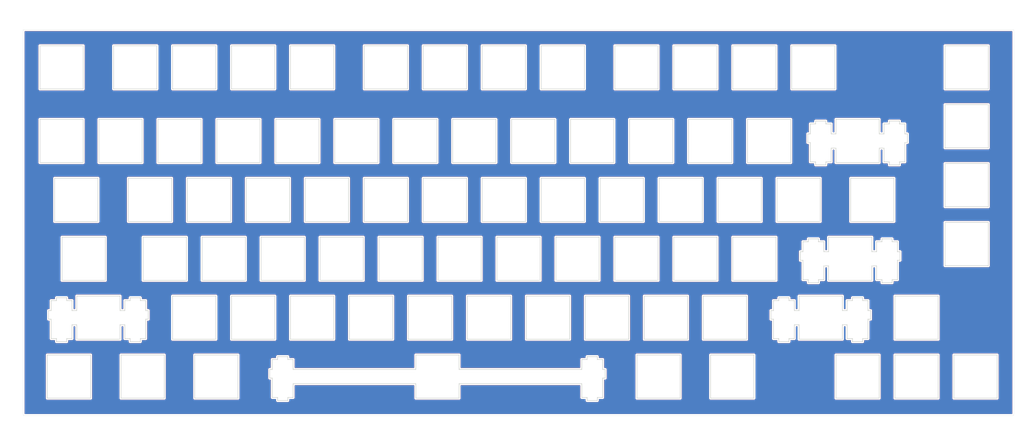
<source format=kicad_pcb>
(kicad_pcb (version 20211014) (generator pcbnew)
  (layers (0 "F.Cu" signal) (31 "B.Cu" signal) (34 "B.Paste" user) (35 "F.Paste" user) (36 "B.SilkS" user "B.Silkscreen") (37 "F.SilkS" user "F.Silkscreen") (38 "B.Mask" user) (39 "F.Mask" user) (44 "Edge.Cuts" user))
  (net 0 "")
  (gr_line (start 130.506001 151.121998) (end 170.131001 151.121998) (layer "Edge.Cuts") (width 0.188976))
  (gr_line (start 170.988011 84.672001) (end 170.988011 84.672001) (layer "Edge.Cuts") (width 0.188976))
  (gr_line (start 211.756001 155.822003) (end 225.756001 155.822003) (layer "Edge.Cuts") (width 0.188976))
  (gr_line (start 272.956013 111.222005) (end 272.956013 111.222005) (layer "Edge.Cuts") (width 0.188976))
  (gr_line (start 32.875008 55.81) (end 32.875008 55.81) (layer "Edge.Cuts") (width 0.188976))
  (gr_line (start 104.312009 65.622) (end 104.312009 65.622) (layer "Edge.Cuts") (width 0.188976))
  (gr_line (start 137.650014 117.722005) (end 137.650014 103.722005) (layer "Edge.Cuts") (width 0.188976))
  (gr_line (start 151.938008 98.672001) (end 151.938008 98.672001) (layer "Edge.Cuts") (width 0.188976))
  (gr_line (start 170.988011 55.81) (end 170.988011 41.810001) (layer "Edge.Cuts") (width 0.188976))
  (gr_line (start 128.125004 136.772) (end 128.125004 136.772) (layer "Edge.Cuts") (width 0.188976))
  (gr_line (start 267.76302 67.092) (end 267.76302 70.321999) (layer "Edge.Cuts") (width 0.188976))
  (gr_line (start 99.550007 103.722005) (end 99.550007 103.722005) (layer "Edge.Cuts") (width 0.188976))
  (gr_line (start 176.038014 84.672001) (end 176.038014 98.672001) (layer "Edge.Cuts") (width 0.188976))
  (gr_line (start 272.131001 111.222005) (end 272.131001 111.222005) (layer "Edge.Cuts") (width 0.188976))
  (gr_line (start 257.581013 123.322003) (end 257.581013 123.322003) (layer "Edge.Cuts") (width 0.188976))
  (gr_line (start 248.331013 105.191998) (end 246.605 105.191998) (layer "Edge.Cuts") (width 0.188976))
  (gr_line (start 290.338002 155.822003) (end 304.338002 155.822003) (layer "Edge.Cuts") (width 0.188976))
  (gr_line (start 245.687001 66.172001) (end 245.687001 66.172001) (layer "Edge.Cuts") (width 0.188976))
  (gr_line (start 0.419007 137.522) (end 3.719006 137.522) (layer "Edge.Cuts") (width 0.188976))
  (gr_line (start 257.581013 123.322003) (end 257.581013 124.242001) (layer "Edge.Cuts") (width 0.188976))
  (gr_line (start 247.187001 98.672001) (end 247.187001 84.672001) (layer "Edge.Cuts") (width 0.188976))
  (gr_line (start 241.581013 108.422001) (end 240.756001 108.422001) (layer "Edge.Cuts") (width 0.188976))
  (gr_line (start 75.15601 143.292004) (end 75.15601 143.292004) (layer "Edge.Cuts") (width 0.188976))
  (gr_line (start 199.850011 117.722005) (end 199.850011 117.722005) (layer "Edge.Cuts") (width 0.188976))
  (gr_line (start 47.163006 79.622002) (end 47.163006 65.622) (layer "Edge.Cuts") (width 0.188976))
  (gr_line (start 132.888005 84.672001) (end 118.888005 84.672001) (layer "Edge.Cuts") (width 0.188976))
  (gr_line (start 147.463002 79.622002) (end 147.463002 79.622002) (layer "Edge.Cuts") (width 0.188976))
  (gr_line (start 285.288014 155.822003) (end 285.288014 141.822003) (layer "Edge.Cuts") (width 0.188976))
  (gr_line (start 156.988011 41.810001) (end 156.988011 55.81) (layer "Edge.Cuts") (width 0.188976))
  (gr_line (start 240.756001 108.422001) (end 240.756001 111.222005) (layer "Edge.Cuts") (width 0.188976))
  (gr_line (start 142.413014 79.622002) (end 142.413014 79.622002) (layer "Edge.Cuts") (width 0.188976))
  (gr_line (start 185.275014 136.772) (end 185.275014 136.772) (layer "Edge.Cuts") (width 0.188976))
  (gr_line (start -1.305993 124.242001) (end -1.305993 127.472005) (layer "Edge.Cuts") (width 0.188976))
  (gr_line (start 223.375004 136.772) (end 223.375004 136.772) (layer "Edge.Cuts") (width 0.188976))
  (gr_line (start 113.83801 55.81) (end 113.83801 41.810001) (layer "Edge.Cuts") (width 0.188976))
  (gr_line (start 287.48 55.81) (end 287.48 55.81) (layer "Edge.Cuts") (width 0.188976))
  (gr_line (start 209.375004 122.772) (end 209.375004 136.772) (layer "Edge.Cuts") (width 0.188976))
  (gr_line (start 71.263005 65.622) (end 71.263005 79.622002) (layer "Edge.Cuts") (width 0.188976))
  (gr_line (start 90.312009 79.622002) (end 90.312009 79.622002) (layer "Edge.Cuts") (width 0.188976))
  (gr_line (start 250.713002 79.392003) (end 250.713002 74.922001) (layer "Edge.Cuts") (width 0.188976))
  (gr_line (start 76.025006 122.772) (end 76.025006 136.772) (layer "Edge.Cuts") (width 0.188976))
  (gr_line (start 248.331013 113.022) (end 248.331013 113.022) (layer "Edge.Cuts") (width 0.188976))
  (gr_line (start 225.756001 155.822003) (end 225.756001 141.822003) (layer "Edge.Cuts") (width 0.188976))
  (gr_line (start 263.431019 130.272) (end 263.431019 130.272) (layer "Edge.Cuts") (width 0.188976))
  (gr_line (start 257.00002 84.672001) (end 257.00002 98.672001) (layer "Edge.Cuts") (width 0.188976))
  (gr_line (start 250.713002 74.922001) (end 252.237996 74.922001) (layer "Edge.Cuts") (width 0.188976))
  (gr_line (start 104.312009 79.622002) (end 104.312009 65.622) (layer "Edge.Cuts") (width 0.188976))
  (gr_line (start 249.856007 117.722005) (end 263.856007 117.722005) (layer "Edge.Cuts") (width 0.188976))
  (gr_line (start 114.125004 136.772) (end 114.125004 136.772) (layer "Edge.Cuts") (width 0.188976))
  (gr_line (start 204.613011 79.622002) (end 204.613011 79.622002) (layer "Edge.Cuts") (width 0.188976))
  (gr_line (start 270.405995 117.492001) (end 272.131001 117.492001) (layer "Edge.Cuts") (width 0.188976))
  (gr_line (start 116.505009 151.121998) (end 116.505009 151.121998) (layer "Edge.Cuts") (width 0.188976))
  (gr_line (start 24.219006 123.322003) (end 24.219006 124.242001) (layer "Edge.Cuts") (width 0.188976))
  (gr_line (start 223.663014 79.622002) (end 237.663014 79.622002) (layer "Edge.Cuts") (width 0.188976))
  (gr_line (start 238.806004 132.072003) (end 240.331013 132.072003) (layer "Edge.Cuts") (width 0.188976))
  (gr_line (start 241.581013 105.191998) (end 241.581013 105.191998) (layer "Edge.Cuts") (width 0.188976))
  (gr_line (start 290.338002 141.822003) (end 290.338002 155.822003) (layer "Edge.Cuts") (width 0.188976))
  (gr_line (start 171.856007 156.572003) (end 171.856007 156.572003) (layer "Edge.Cuts") (width 0.188976))
  (gr_line (start 248.331013 117.492001) (end 248.331013 117.492001) (layer "Edge.Cuts") (width 0.188976))
  (gr_line (start -0.174993 84.672001) (end -0.174993 98.672001) (layer "Edge.Cuts") (width 0.188976))
  (gr_line (start 271.00002 98.672001) (end 271.00002 98.672001) (layer "Edge.Cuts") (width 0.188976))
  (gr_line (start 187.944005 155.822003) (end 187.944005 155.822003) (layer "Edge.Cuts") (width 0.188976))
  (gr_line (start 180.800007 117.722005) (end 180.800007 117.722005) (layer "Edge.Cuts") (width 0.188976))
  (gr_line (start 56.688008 84.672001) (end 42.688008 84.672001) (layer "Edge.Cuts") (width 0.188976))
  (gr_line (start 213.850011 117.722005) (end 213.850011 117.722005) (layer "Edge.Cuts") (width 0.188976))
  (gr_line (start 95.075009 136.772) (end 109.075009 136.772) (layer "Edge.Cuts") (width 0.188976))
  (gr_line (start 243.963002 67.092) (end 243.963002 67.092) (layer "Edge.Cuts") (width 0.188976))
  (gr_line (start 209.088002 98.672001) (end 209.088002 98.672001) (layer "Edge.Cuts") (width 0.188976))
  (gr_line (start 170.988011 98.672001) (end 170.988011 84.672001) (layer "Edge.Cuts") (width 0.188976))
  (gr_line (start 61.450009 117.722005) (end 61.450009 103.722005) (layer "Edge.Cuts") (width 0.188976))
  (gr_line (start 85.263005 79.622002) (end 85.263005 79.622002) (layer "Edge.Cuts") (width 0.188976))
  (gr_line (start 225.756001 141.822003) (end 225.756001 141.822003) (layer "Edge.Cuts") (width 0.188976))
  (gr_line (start 9.063006 41.810001) (end 9.063006 41.810001) (layer "Edge.Cuts") (width 0.188976))
  (gr_line (start 254.331013 136.772) (end 254.331013 136.772) (layer "Edge.Cuts") (width 0.188976))
  (gr_line (start 255.856007 132.072003) (end 255.856007 136.542004) (layer "Edge.Cuts") (width 0.188976))
  (gr_line (start 70.131009 146.522) (end 69.306004 146.522) (layer "Edge.Cuts") (width 0.188976))
  (gr_line (start 76.881009 151.121998) (end 76.881009 151.121998) (layer "Edge.Cuts") (width 0.188976))
  (gr_line (start 252.237996 70.321999) (end 250.713002 70.321999) (layer "Edge.Cuts") (width 0.188976))
  (gr_line (start 270.405995 117.492001) (end 270.405995 117.492001) (layer "Edge.Cuts") (width 0.188976))
  (gr_line (start 243.963002 73.122002) (end 243.963002 79.392003) (layer "Edge.Cuts") (width 0.188976))
  (gr_line (start 71.263005 79.622002) (end 71.263005 79.622002) (layer "Edge.Cuts") (width 0.188976))
  (gr_line (start 113.83801 98.672001) (end 113.83801 98.672001) (layer "Edge.Cuts") (width 0.188976))
  (gr_line (start 272.788014 67.092) (end 272.788014 67.092) (layer "Edge.Cuts") (width 0.188976))
  (gr_line (start 223.375004 136.772) (end 223.375004 122.772) (layer "Edge.Cuts") (width 0.188976))
  (gr_line (start 248.331013 108.422001) (end 248.331013 105.191998) (layer "Edge.Cuts") (width 0.188976))
  (gr_line (start 3.719006 123.322003) (end 0.419007 123.322003) (layer "Edge.Cuts") (width 0.188976))
  (gr_line (start 255.856007 136.542004) (end 255.856007 136.542004) (layer "Edge.Cuts") (width 0.188976))
  (gr_line (start 218.900014 55.81) (end 218.900014 55.81) (layer "Edge.Cuts") (width 0.188976))
  (gr_line (start 20.969006 132.072003) (end 20.969006 132.072003) (layer "Edge.Cuts") (width 0.188976))
  (gr_line (start 213.850011 55.81) (end 213.850011 55.81) (layer "Edge.Cuts") (width 0.188976))
  (gr_line (start 247.187001 84.672001) (end 247.187001 84.672001) (layer "Edge.Cuts") (width 0.188976))
  (gr_line (start 90.312009 79.622002) (end 104.312009 79.622002) (layer "Edge.Cuts") (width 0.188976))
  (gr_line (start 301.48 79.91) (end 301.48 79.91) (layer "Edge.Cuts") (width 0.188976))
  (gr_line (start 51.925007 136.772) (end 51.925007 122.772) (layer "Edge.Cuts") (width 0.188976))
  (gr_line (start 214.138005 98.672001) (end 214.138005 98.672001) (layer "Edge.Cuts") (width 0.188976))
  (gr_line (start 270.405995 118.472005) (end 270.405995 118.472005) (layer "Edge.Cuts") (width 0.188976))
  (gr_line (start 267.106007 104.272) (end 267.106007 105.191998) (layer "Edge.Cuts") (width 0.188976))
  (gr_line (start 9.063006 79.622002) (end 9.063006 79.622002) (layer "Edge.Cuts") (width 0.188976))
  (gr_line (start 243.306004 104.272) (end 243.306004 105.191998) (layer "Edge.Cuts") (width 0.188976))
  (gr_line (start 232.056004 124.242001) (end 232.056004 127.472005) (layer "Edge.Cuts") (width 0.188976))
  (gr_line (start 263.856007 117.722005) (end 263.856007 117.722005) (layer "Edge.Cuts") (width 0.188976))
  (gr_line (start 70.131009 146.522) (end 70.131009 146.522) (layer "Edge.Cuts") (width 0.188976))
  (gr_line (start 267.76302 70.321999) (end 267.76302 70.321999) (layer "Edge.Cuts") (width 0.188976))
  (gr_line (start 252.237996 141.822003) (end 252.237996 155.822003) (layer "Edge.Cuts") (width 0.188976))
  (gr_line (start 47.450005 117.722005) (end 61.450009 117.722005) (layer "Edge.Cuts") (width 0.188976))
  (gr_line (start 18.875006 41.810001) (end 18.875006 55.81) (layer "Edge.Cuts") (width 0.188976))
  (gr_line (start 161.750004 117.722005) (end 161.750004 117.722005) (layer "Edge.Cuts") (width 0.188976))
  (gr_line (start 254.331013 132.072003) (end 255.856007 132.072003) (layer "Edge.Cuts") (width 0.188976))
  (gr_line (start 24.219006 123.322003) (end 24.219006 123.322003) (layer "Edge.Cuts") (width 0.188976))
  (gr_line (start 9.063006 79.622002) (end 9.063006 65.622) (layer "Edge.Cuts") (width 0.188976))
  (gr_line (start 22.494008 124.242001) (end 22.494008 124.242001) (layer "Edge.Cuts") (width 0.188976))
  (gr_line (start 271.288014 155.822003) (end 285.288014 155.822003) (layer "Edge.Cuts") (width 0.188976))
  (gr_line (start 113.83801 41.810001) (end 99.83801 41.810001) (layer "Edge.Cuts") (width 0.188976))
  (gr_line (start 16.206008 117.722005) (end 16.206008 117.722005) (layer "Edge.Cuts") (width 0.188976))
  (gr_line (start 214.138005 98.672001) (end 228.138005 98.672001) (layer "Edge.Cuts") (width 0.188976))
  (gr_line (start 3.719006 124.242001) (end 3.719006 123.322003) (layer "Edge.Cuts") (width 0.188976))
  (gr_line (start 11.444007 155.822003) (end 11.444007 155.822003) (layer "Edge.Cuts") (width 0.188976))
  (gr_line (start 223.375004 122.772) (end 223.375004 122.772) (layer "Edge.Cuts") (width 0.188976))
  (gr_line (start 254.331013 136.772) (end 254.331013 132.072003) (layer "Edge.Cuts") (width 0.188976))
  (gr_line (start 223.375004 122.772) (end 209.375004 122.772) (layer "Edge.Cuts") (width 0.188976))
  (gr_line (start 80.500004 117.722005) (end 80.500004 103.722005) (layer "Edge.Cuts") (width 0.188976))
  (gr_line (start 171.275014 122.772) (end 171.275014 136.772) (layer "Edge.Cuts") (width 0.188976))
  (gr_line (start 246.605 105.191998) (end 246.605 105.191998) (layer "Edge.Cuts") (width 0.188976))
  (gr_line (start 176.881001 146.522) (end 176.881001 143.292004) (layer "Edge.Cuts") (width 0.188976))
  (gr_line (start 128.413014 79.622002) (end 142.413014 79.622002) (layer "Edge.Cuts") (width 0.188976))
  (gr_line (start 218.900014 41.810001) (end 218.900014 55.81) (layer "Edge.Cuts") (width 0.188976))
  (gr_line (start 194.800007 117.722005) (end 194.800007 103.722005) (layer "Edge.Cuts") (width 0.188976))
  (gr_line (start 116.505009 155.822003) (end 116.505009 155.822003) (layer "Edge.Cuts") (width 0.188976))
  (gr_line (start 56.688008 98.672001) (end 56.688008 84.672001) (layer "Edge.Cuts") (width 0.188976))
  (gr_line (start 170.131001 155.592) (end 171.856007 155.592) (layer "Edge.Cuts") (width 0.188976))
  (gr_line (start 251.950001 55.81) (end 251.950001 55.81) (layer "Edge.Cuts") (width 0.188976))
  (gr_line (start 90.025006 55.81) (end 90.025006 41.810001) (layer "Edge.Cuts") (width 0.188976))
  (gr_line (start 147.175007 136.772) (end 147.175007 122.772) (layer "Edge.Cuts") (width 0.188976))
  (gr_line (start 267.76302 74.922001) (end 267.76302 79.392003) (layer "Edge.Cuts") (width 0.188976))
  (gr_line (start 213.850011 41.810001) (end 199.850011 41.810001) (layer "Edge.Cuts") (width 0.188976))
  (gr_line (start 266.237996 79.622002) (end 266.237996 74.922001) (layer "Edge.Cuts") (width 0.188976))
  (gr_line (start 47.163006 79.622002) (end 47.163006 79.622002) (layer "Edge.Cuts") (width 0.188976))
  (gr_line (start 170.988011 41.810001) (end 156.988011 41.810001) (layer "Edge.Cuts") (width 0.188976))
  (gr_line (start 251.950001 41.810001) (end 251.950001 41.810001) (layer "Edge.Cuts") (width 0.188976))
  (gr_line (start 271.00002 84.672001) (end 271.00002 84.672001) (layer "Edge.Cuts") (width 0.188976))
  (gr_line (start 137.650014 103.722005) (end 137.650014 103.722005) (layer "Edge.Cuts") (width 0.188976))
  (gr_line (start 71.263005 79.622002) (end 85.263005 79.622002) (layer "Edge.Cuts") (width 0.188976))
  (gr_line (start 237.081013 136.542004) (end 237.081013 136.542004) (layer "Edge.Cuts") (width 0.188976))
  (gr_line (start 3.719006 136.542004) (end 5.444007 136.542004) (layer "Edge.Cuts") (width 0.188976))
  (gr_line (start 147.175007 136.772) (end 147.175007 136.772) (layer "Edge.Cuts") (width 0.188976))
  (gr_line (start 185.563008 79.622002) (end 199.563008 79.622002) (layer "Edge.Cuts") (width 0.188976))
  (gr_line (start 11.444007 141.822003) (end -2.555993 141.822003) (layer "Edge.Cuts") (width 0.188976))
  (gr_line (start 243.963002 79.392003) (end 245.687001 79.392003) (layer "Edge.Cuts") (width 0.188976))
  (gr_line (start 185.275014 136.772) (end 185.275014 122.772) (layer "Edge.Cuts") (width 0.188976))
  (gr_line (start 56.688008 84.672001) (end 56.688008 84.672001) (layer "Edge.Cuts") (width 0.188976))
  (gr_line (start 70.131009 143.292004) (end 70.131009 143.292004) (layer "Edge.Cuts") (width 0.188976))
  (gr_line (start 35.256009 141.822003) (end 35.256009 141.822003) (layer "Edge.Cuts") (width 0.188976))
  (gr_line (start 27.519005 124.242001) (end 27.519005 123.322003) (layer "Edge.Cuts") (width 0.188976))
  (gr_line (start 243.138005 70.321999) (end 243.138005 70.321999) (layer "Edge.Cuts") (width 0.188976))
  (gr_line (start 170.988011 41.810001) (end 170.988011 41.810001) (layer "Edge.Cuts") (width 0.188976))
  (gr_line (start 176.881001 149.322003) (end 177.706013 149.322003) (layer "Edge.Cuts") (width 0.188976))
  (gr_line (start 267.106007 118.472005) (end 267.106007 118.472005) (layer "Edge.Cuts") (width 0.188976))
  (gr_line (start 248.331013 117.492001) (end 248.331013 113.022) (layer "Edge.Cuts") (width 0.188976))
  (gr_line (start 151.938008 55.81) (end 151.938008 55.81) (layer "Edge.Cuts") (width 0.188976))
  (gr_line (start 199.850011 117.722005) (end 213.850011 117.722005) (layer "Edge.Cuts") (width 0.188976))
  (gr_line (start 76.025006 136.772) (end 90.025006 136.772) (layer "Edge.Cuts") (width 0.188976))
  (gr_line (start 123.650014 103.722005) (end 123.650014 117.722005) (layer "Edge.Cuts") (width 0.188976))
  (gr_line (start 285.288014 155.822003) (end 285.288014 155.822003) (layer "Edge.Cuts") (width 0.188976))
  (gr_line (start 246.605 104.272) (end 246.605 104.272) (layer "Edge.Cuts") (width 0.188976))
  (gr_line (start 180.513005 65.622) (end 180.513005 65.622) (layer "Edge.Cuts") (width 0.188976))
  (gr_line (start 69.306004 146.522) (end 69.306004 149.322003) (layer "Edge.Cuts") (width 0.188976))
  (gr_line (start 3.719006 137.522) (end 3.719006 137.522) (layer "Edge.Cuts") (width 0.188976))
  (gr_line (start 213.850011 103.722005) (end 213.850011 103.722005) (layer "Edge.Cuts") (width 0.188976))
  (gr_line (start 201.944005 141.822003) (end 187.944005 141.822003) (layer "Edge.Cuts") (width 0.188976))
  (gr_line (start 156.700001 103.722005) (end 156.700001 103.722005) (layer "Edge.Cuts") (width 0.188976))
  (gr_line (start 114.125004 136.772) (end 128.125004 136.772) (layer "Edge.Cuts") (width 0.188976))
  (gr_line (start 2.206007 103.722005) (end 2.206007 117.722005) (layer "Edge.Cuts") (width 0.188976))
  (gr_line (start 29.244008 124.242001) (end 29.244008 124.242001) (layer "Edge.Cuts") (width 0.188976))
  (gr_line (start 176.881001 143.292004) (end 176.881001 143.292004) (layer "Edge.Cuts") (width 0.188976))
  (gr_line (start 5.444007 127.472005) (end 5.444007 127.472005) (layer "Edge.Cuts") (width 0.188976))
  (gr_line (start 130.506001 141.822003) (end 130.506001 141.822003) (layer "Edge.Cuts") (width 0.188976))
  (gr_line (start 260.881001 137.522) (end 260.881001 137.522) (layer "Edge.Cuts") (width 0.188976))
  (gr_line (start 37.925007 55.81) (end 37.925007 55.81) (layer "Edge.Cuts") (width 0.188976))
  (gr_line (start 199.850011 103.722005) (end 199.850011 117.722005) (layer "Edge.Cuts") (width 0.188976))
  (gr_line (start 137.938008 55.81) (end 151.938008 55.81) (layer "Edge.Cuts") (width 0.188976))
  (gr_line (start 265.381001 117.492001) (end 265.381001 117.492001) (layer "Edge.Cuts") (width 0.188976))
  (gr_line (start 199.850011 55.81) (end 199.850011 55.81) (layer "Edge.Cuts") (width 0.188976))
  (gr_line (start 274.51302 79.392003) (end 274.51302 73.122002) (layer "Edge.Cuts") (width 0.188976))
  (gr_line (start 0.419007 124.242001) (end -1.305993 124.242001) (layer "Edge.Cuts") (width 0.188976))
  (gr_line (start 161.750004 103.722005) (end 161.750004 117.722005) (layer "Edge.Cuts") (width 0.188976))
  (gr_line (start 99.83801 98.672001) (end 99.83801 98.672001) (layer "Edge.Cuts") (width 0.188976))
  (gr_line (start 252.237996 155.822003) (end 252.237996 155.822003) (layer "Edge.Cuts") (width 0.188976))
  (gr_line (start 28.113007 65.622) (end 14.113007 65.622) (layer "Edge.Cuts") (width 0.188976))
  (gr_line (start 75.738003 98.672001) (end 75.738003 98.672001) (layer "Edge.Cuts") (width 0.188976))
  (gr_line (start 233.78101 137.522) (end 237.081013 137.522) (layer "Edge.Cuts") (width 0.188976))
  (gr_line (start 251.950001 41.810001) (end 237.950001 41.810001) (layer "Edge.Cuts") (width 0.188976))
  (gr_line (start 99.83801 84.672001) (end 99.83801 98.672001) (layer "Edge.Cuts") (width 0.188976))
  (gr_line (start 270.405995 118.472005) (end 270.405995 117.492001) (layer "Edge.Cuts") (width 0.188976))
  (gr_line (start 248.331013 108.422001) (end 248.331013 108.422001) (layer "Edge.Cuts") (width 0.188976))
  (gr_line (start 9.063006 41.810001) (end -4.936993 41.810001) (layer "Edge.Cuts") (width 0.188976))
  (gr_line (start 269.487996 79.392003) (end 269.487996 80.372002) (layer "Edge.Cuts") (width 0.188976))
  (gr_line (start 18.875006 55.81) (end 18.875006 55.81) (layer "Edge.Cuts") (width 0.188976))
  (gr_line (start 238.806004 124.242001) (end 237.081013 124.242001) (layer "Edge.Cuts") (width 0.188976))
  (gr_line (start 249.856007 117.722005) (end 249.856007 117.722005) (layer "Edge.Cuts") (width 0.188976))
  (gr_line (start 262.606007 127.472005) (end 262.606007 127.472005) (layer "Edge.Cuts") (width 0.188976))
  (gr_line (start 24.219006 124.242001) (end 22.494008 124.242001) (layer "Edge.Cuts") (width 0.188976))
  (gr_line (start 70.975011 136.772) (end 70.975011 136.772) (layer "Edge.Cuts") (width 0.188976))
  (gr_line (start 175.15601 156.572003) (end 175.15601 156.572003) (layer "Edge.Cuts") (width 0.188976))
  (gr_line (start 262.606007 130.272) (end 262.606007 130.272) (layer "Edge.Cuts") (width 0.188976))
  (gr_line (start 24.219006 124.242001) (end 24.219006 124.242001) (layer "Edge.Cuts") (width 0.188976))
  (gr_line (start 80.788006 98.672001) (end 80.788006 98.672001) (layer "Edge.Cuts") (width 0.188976))
  (gr_line (start 113.83801 84.672001) (end 99.83801 84.672001) (layer "Edge.Cuts") (width 0.188976))
  (gr_line (start 201.944005 141.822003) (end 201.944005 141.822003) (layer "Edge.Cuts") (width 0.188976))
  (gr_line (start 70.975011 122.772) (end 70.975011 122.772) (layer "Edge.Cuts") (width 0.188976))
  (gr_line (start 2.206007 117.722005) (end 2.206007 117.722005) (layer "Edge.Cuts") (width 0.188976))
  (gr_line (start 272.788014 80.372002) (end 272.788014 79.392003) (layer "Edge.Cuts") (width 0.188976))
  (gr_line (start 156.988011 55.81) (end 156.988011 55.81) (layer "Edge.Cuts") (width 0.188976))
  (gr_line (start 190.325001 136.772) (end 204.325001 136.772) (layer "Edge.Cuts") (width 0.188976))
  (gr_line (start 204.325001 136.772) (end 204.325001 122.772) (layer "Edge.Cuts") (width 0.188976))
  (gr_line (start 51.925007 55.81) (end 51.925007 55.81) (layer "Edge.Cuts") (width 0.188976))
  (gr_line (start 249.856007 113.022) (end 249.856007 113.022) (layer "Edge.Cuts") (width 0.188976))
  (gr_line (start 66.500004 117.722005) (end 66.500004 117.722005) (layer "Edge.Cuts") (width 0.188976))
  (gr_line (start 241.581013 105.191998) (end 241.581013 108.422001) (layer "Edge.Cuts") (width 0.188976))
  (gr_line (start 175.15601 143.292004) (end 175.15601 142.371998) (layer "Edge.Cuts") (width 0.188976))
  (gr_line (start 233.78101 137.522) (end 233.78101 137.522) (layer "Edge.Cuts") (width 0.188976))
  (gr_line (start 24.219006 137.522) (end 27.519005 137.522) (layer "Edge.Cuts") (width 0.188976))
  (gr_line (start 269.487996 66.172001) (end 269.487996 66.172001) (layer "Edge.Cuts") (width 0.188976))
  (gr_line (start 28.400006 117.722005) (end 28.400006 117.722005) (layer "Edge.Cuts") (width 0.188976))
  (gr_line (start 218.613011 65.622) (end 204.613011 65.622) (layer "Edge.Cuts") (width 0.188976))
  (gr_line (start 118.888005 84.672001) (end 118.888005 98.672001) (layer "Edge.Cuts") (width 0.188976))
  (gr_line (start 190.038014 84.672001) (end 190.038014 84.672001) (layer "Edge.Cuts") (width 0.188976))
  (gr_line (start 248.987996 80.372002) (end 248.987996 80.372002) (layer "Edge.Cuts") (width 0.188976))
  (gr_line (start 228.138005 98.672001) (end 228.138005 98.672001) (layer "Edge.Cuts") (width 0.188976))
  (gr_line (start 272.956013 108.422001) (end 272.131001 108.422001) (layer "Edge.Cuts") (width 0.188976))
  (gr_line (start -1.305993 130.272) (end -1.305993 130.272) (layer "Edge.Cuts") (width 0.188976))
  (gr_line (start 137.938008 84.672001) (end 137.938008 98.672001) (layer "Edge.Cuts") (width 0.188976))
  (gr_line (start 238.806004 124.242001) (end 238.806004 124.242001) (layer "Edge.Cuts") (width 0.188976))
  (gr_line (start 238.806004 127.472005) (end 238.806004 127.472005) (layer "Edge.Cuts") (width 0.188976))
  (gr_line (start 0.419007 136.542004) (end 0.419007 136.542004) (layer "Edge.Cuts") (width 0.188976))
  (gr_line (start 190.325001 122.772) (end 190.325001 136.772) (layer "Edge.Cuts") (width 0.188976))
  (gr_line (start 123.363011 79.622002) (end 123.363011 65.622) (layer "Edge.Cuts") (width 0.188976))
  (gr_line (start 161.463002 65.622) (end 147.463002 65.622) (layer "Edge.Cuts") (width 0.188976))
  (gr_line (start 218.613011 65.622) (end 218.613011 65.622) (layer "Edge.Cuts") (width 0.188976))
  (gr_line (start 249.856007 108.422001) (end 249.856007 108.422001) (layer "Edge.Cuts") (width 0.188976))
  (gr_line (start 123.363011 79.622002) (end 123.363011 79.622002) (layer "Edge.Cuts") (width 0.188976))
  (gr_line (start 51.925007 41.810001) (end 51.925007 41.810001) (layer "Edge.Cuts") (width 0.188976))
  (gr_line (start 29.244008 127.472005) (end 29.244008 127.472005) (layer "Edge.Cuts") (width 0.188976))
  (gr_line (start 14.113007 79.622002) (end 28.113007 79.622002) (layer "Edge.Cuts") (width 0.188976))
  (gr_line (start 47.163006 65.622) (end 33.163006 65.622) (layer "Edge.Cuts") (width 0.188976))
  (gr_line (start 5.444007 132.072003) (end 5.444007 132.072003) (layer "Edge.Cuts") (width 0.188976))
  (gr_line (start 170.131001 151.121998) (end 170.131001 155.592) (layer "Edge.Cuts") (width 0.188976))
  (gr_line (start 243.963002 70.321999) (end 243.138005 70.321999) (layer "Edge.Cuts") (width 0.188976))
  (gr_line (start 287.48 98.960004) (end 287.48 112.960004) (layer "Edge.Cuts") (width 0.188976))
  (gr_line (start 142.413014 65.622) (end 142.413014 65.622) (layer "Edge.Cuts") (width 0.188976))
  (gr_line (start 33.163006 79.622002) (end 47.163006 79.622002) (layer "Edge.Cuts") (width 0.188976))
  (gr_line (start 254.331013 122.772) (end 240.331013 122.772) (layer "Edge.Cuts") (width 0.188976))
  (gr_line (start 240.331013 127.472005) (end 240.331013 127.472005) (layer "Edge.Cuts") (width 0.188976))
  (gr_line (start 118.600011 117.722005) (end 118.600011 117.722005) (layer "Edge.Cuts") (width 0.188976))
  (gr_line (start 175.750004 103.722005) (end 175.750004 103.722005) (layer "Edge.Cuts") (width 0.188976))
  (gr_line (start -4.936993 55.81) (end -4.936993 55.81) (layer "Edge.Cuts") (width 0.188976))
  (gr_line (start 42.400006 103.722005) (end 42.400006 103.722005) (layer "Edge.Cuts") (width 0.188976))
  (gr_line (start 272.131001 108.422001) (end 272.131001 105.191998) (layer "Edge.Cuts") (width 0.188976))
  (gr_line (start 272.788014 79.392003) (end 272.788014 79.392003) (layer "Edge.Cuts") (width 0.188976))
  (gr_line (start 47.163006 65.622) (end 47.163006 65.622) (layer "Edge.Cuts") (width 0.188976))
  (gr_line (start 37.925007 136.772) (end 37.925007 136.772) (layer "Edge.Cuts") (width 0.188976))
  (gr_line (start 104.600011 117.722005) (end 118.600011 117.722005) (layer "Edge.Cuts") (width 0.188976))
  (gr_line (start 137.938008 98.672001) (end 137.938008 98.672001) (layer "Edge.Cuts") (width 0.188976))
  (gr_line (start 194.800007 41.810001) (end 194.800007 41.810001) (layer "Edge.Cuts") (width 0.188976))
  (gr_line (start 75.738003 84.672001) (end 61.738003 84.672001) (layer "Edge.Cuts") (width 0.188976))
  (gr_line (start 267.106007 117.492001) (end 267.106007 117.492001) (layer "Edge.Cuts") (width 0.188976))
  (gr_line (start 170.131001 146.522) (end 130.506001 146.522) (layer "Edge.Cuts") (width 0.188976))
  (gr_line (start 161.463002 79.622002) (end 161.463002 79.622002) (layer "Edge.Cuts") (width 0.188976))
  (gr_line (start 245.687001 80.372002) (end 248.987996 80.372002) (layer "Edge.Cuts") (width 0.188976))
  (gr_line (start 70.975011 55.81) (end 70.975011 41.810001) (layer "Edge.Cuts") (width 0.188976))
  (gr_line (start 142.700001 103.722005) (end 142.700001 117.722005) (layer "Edge.Cuts") (width 0.188976))
  (gr_line (start 237.663014 65.622) (end 223.663014 65.622) (layer "Edge.Cuts") (width 0.188976))
  (gr_line (start 252.237996 74.922001) (end 252.237996 74.922001) (layer "Edge.Cuts") (width 0.188976))
  (gr_line (start -1.305993 136.542004) (end 0.419007 136.542004) (layer "Edge.Cuts") (width 0.188976))
  (gr_line (start 56.975011 136.772) (end 70.975011 136.772) (layer "Edge.Cuts") (width 0.188976))
  (gr_line (start 51.925007 122.772) (end 51.925007 122.772) (layer "Edge.Cuts") (width 0.188976))
  (gr_line (start 304.338002 155.822003) (end 304.338002 141.822003) (layer "Edge.Cuts") (width 0.188976))
  (gr_line (start 61.738003 98.672001) (end 61.738003 98.672001) (layer "Edge.Cuts") (width 0.188976))
  (gr_line (start 252.237996 79.622002) (end 266.237996 79.622002) (layer "Edge.Cuts") (width 0.188976))
  (gr_line (start 5.444007 132.072003) (end 6.969006 132.072003) (layer "Edge.Cuts") (width 0.188976))
  (gr_line (start 272.956013 108.422001) (end 272.956013 108.422001) (layer "Edge.Cuts") (width 0.188976))
  (gr_line (start 249.856007 103.722005) (end 249.856007 108.422001) (layer "Edge.Cuts") (width 0.188976))
  (gr_line (start 75.738003 98.672001) (end 75.738003 84.672001) (layer "Edge.Cuts") (width 0.188976))
  (gr_line (start 267.76302 70.321999) (end 266.237996 70.321999) (layer "Edge.Cuts") (width 0.188976))
  (gr_line (start 252.237996 70.321999) (end 252.237996 70.321999) (layer "Edge.Cuts") (width 0.188976))
  (gr_line (start 35.256009 155.822003) (end 35.256009 155.822003) (layer "Edge.Cuts") (width 0.188976))
  (gr_line (start 266.237996 70.321999) (end 266.237996 70.321999) (layer "Edge.Cuts") (width 0.188976))
  (gr_line (start 263.856007 108.422001) (end 263.856007 108.422001) (layer "Edge.Cuts") (width 0.188976))
  (gr_line (start 232.900014 55.81) (end 232.900014 55.81) (layer "Edge.Cuts") (width 0.188976))
  (gr_line (start 61.738003 84.672001) (end 61.738003 98.672001) (layer "Edge.Cuts") (width 0.188976))
  (gr_line (start 177.706013 149.322003) (end 177.706013 146.522) (layer "Edge.Cuts") (width 0.188976))
  (gr_line (start 185.275014 122.772) (end 185.275014 122.772) (layer "Edge.Cuts") (width 0.188976))
  (gr_line (start -2.130993 127.472005) (end -2.130993 130.272) (layer "Edge.Cuts") (width 0.188976))
  (gr_line (start 23.638009 98.672001) (end 37.638009 98.672001) (layer "Edge.Cuts") (width 0.188976))
  (gr_line (start 123.363011 65.622) (end 123.363011 65.622) (layer "Edge.Cuts") (width 0.188976))
  (gr_line (start 233.188008 98.672001) (end 233.188008 98.672001) (layer "Edge.Cuts") (width 0.188976))
  (gr_line (start 113.83801 84.672001) (end 113.83801 84.672001) (layer "Edge.Cuts") (width 0.188976))
  (gr_line (start 166.225011 136.772) (end 166.225011 122.772) (layer "Edge.Cuts") (width 0.188976))
  (gr_line (start 248.987996 80.372002) (end 248.987996 79.392003) (layer "Edge.Cuts") (width 0.188976))
  (gr_line (start 266.237996 79.622002) (end 266.237996 79.622002) (layer "Edge.Cuts") (width 0.188976))
  (gr_line (start 175.15601 143.292004) (end 175.15601 143.292004) (layer "Edge.Cuts") (width 0.188976))
  (gr_line (start 237.081013 137.522) (end 237.081013 137.522) (layer "Edge.Cuts") (width 0.188976))
  (gr_line (start 267.76302 79.392003) (end 267.76302 79.392003) (layer "Edge.Cuts") (width 0.188976))
  (gr_line (start 190.038014 98.672001) (end 190.038014 98.672001) (layer "Edge.Cuts") (width 0.188976))
  (gr_line (start 232.056004 136.542004) (end 232.056004 136.542004) (layer "Edge.Cuts") (width 0.188976))
  (gr_line (start 237.081013 136.542004) (end 238.806004 136.542004) (layer "Edge.Cuts") (width 0.188976))
  (gr_line (start 71.856007 142.371998) (end 71.856007 142.371998) (layer "Edge.Cuts") (width 0.188976))
  (gr_line (start 109.075009 136.772) (end 109.075009 136.772) (layer "Edge.Cuts") (width 0.188976))
  (gr_line (start 71.856007 155.592) (end 71.856007 156.572003) (layer "Edge.Cuts") (width 0.188976))
  (gr_line (start 104.312009 65.622) (end 90.312009 65.622) (layer "Edge.Cuts") (width 0.188976))
  (gr_line (start 28.400006 103.722005) (end 28.400006 117.722005) (layer "Edge.Cuts") (width 0.188976))
  (gr_line (start 80.500004 117.722005) (end 80.500004 117.722005) (layer "Edge.Cuts") (width 0.188976))
  (gr_line (start 199.563008 65.622) (end 199.563008 65.622) (layer "Edge.Cuts") (width 0.188976))
  (gr_line (start 266.237996 70.321999) (end 266.237996 65.622) (layer "Edge.Cuts") (width 0.188976))
  (gr_line (start 137.938008 98.672001) (end 151.938008 98.672001) (layer "Edge.Cuts") (width 0.188976))
  (gr_line (start 209.088002 84.672001) (end 195.088002 84.672001) (layer "Edge.Cuts") (width 0.188976))
  (gr_line (start 271.288014 136.772) (end 285.288014 136.772) (layer "Edge.Cuts") (width 0.188976))
  (gr_line (start 263.431019 130.272) (end 263.431019 127.472005) (layer "Edge.Cuts") (width 0.188976))
  (gr_line (start 95.075009 122.772) (end 95.075009 136.772) (layer "Edge.Cuts") (width 0.188976))
  (gr_line (start 66.500004 103.722005) (end 66.500004 117.722005) (layer "Edge.Cuts") (width 0.188976))
  (gr_line (start 20.969006 136.772) (end 20.969006 136.772) (layer "Edge.Cuts") (width 0.188976))
  (gr_line (start 265.381001 108.422001) (end 265.381001 108.422001) (layer "Edge.Cuts") (width 0.188976))
  (gr_line (start 262.606007 130.272) (end 263.431019 130.272) (layer "Edge.Cuts") (width 0.188976))
  (gr_line (start 245.687001 67.092) (end 245.687001 67.092) (layer "Edge.Cuts") (width 0.188976))
  (gr_line (start 180.800007 103.722005) (end 180.800007 117.722005) (layer "Edge.Cuts") (width 0.188976))
  (gr_line (start 237.081013 124.242001) (end 237.081013 124.242001) (layer "Edge.Cuts") (width 0.188976))
  (gr_line (start 90.025006 136.772) (end 90.025006 122.772) (layer "Edge.Cuts") (width 0.188976))
  (gr_line (start 301.48 74.860001) (end 301.48 60.860001) (layer "Edge.Cuts") (width 0.188976))
  (gr_line (start 161.463002 79.622002) (end 161.463002 65.622) (layer "Edge.Cuts") (width 0.188976))
  (gr_line (start 267.76302 67.092) (end 267.76302 67.092) (layer "Edge.Cuts") (width 0.188976))
  (gr_line (start 147.175007 122.772) (end 133.175007 122.772) (layer "Edge.Cuts") (width 0.188976))
  (gr_line (start 30.069008 130.272) (end 30.069008 130.272) (layer "Edge.Cuts") (width 0.188976))
  (gr_line (start 171.856007 155.592) (end 171.856007 156.572003) (layer "Edge.Cuts") (width 0.188976))
  (gr_line (start 66.21301 79.622002) (end 66.21301 79.622002) (layer "Edge.Cuts") (width 0.188976))
  (gr_line (start 76.881009 155.592) (end 76.881009 155.592) (layer "Edge.Cuts") (width 0.188976))
  (gr_line (start 232.056004 130.272) (end 232.056004 130.272) (layer "Edge.Cuts") (width 0.188976))
  (gr_line (start 128.413014 65.622) (end 128.413014 79.622002) (layer "Edge.Cuts") (width 0.188976))
  (gr_line (start 22.494008 132.072003) (end 22.494008 132.072003) (layer "Edge.Cuts") (width 0.188976))
  (gr_line (start -2.555993 155.822003) (end 11.444007 155.822003) (layer "Edge.Cuts") (width 0.188976))
  (gr_line (start 128.125004 122.772) (end 128.125004 122.772) (layer "Edge.Cuts") (width 0.188976))
  (gr_line (start 37.638009 98.672001) (end 37.638009 98.672001) (layer "Edge.Cuts") (width 0.188976))
  (gr_line (start 252.237996 65.622) (end 252.237996 70.321999) (layer "Edge.Cuts") (width 0.188976))
  (gr_line (start 252.237996 155.822003) (end 266.237996 155.822003) (layer "Edge.Cuts") (width 0.188976))
  (gr_line (start 228.138005 84.672001) (end 214.138005 84.672001) (layer "Edge.Cuts") (width 0.188976))
  (gr_line (start 237.081013 123.322003) (end 237.081013 123.322003) (layer "Edge.Cuts") (width 0.188976))
  (gr_line (start 199.563008 79.622002) (end 199.563008 65.622) (layer "Edge.Cuts") (width 0.188976))
  (gr_line (start 0.419007 124.242001) (end 0.419007 124.242001) (layer "Edge.Cuts") (width 0.188976))
  (gr_line (start 301.48 112.960004) (end 301.48 112.960004) (layer "Edge.Cuts") (width 0.188976))
  (gr_line (start 147.463002 79.622002) (end 161.463002 79.622002) (layer "Edge.Cuts") (width 0.188976))
  (gr_line (start 151.938008 98.672001) (end 151.938008 84.672001) (layer "Edge.Cuts") (width 0.188976))
  (gr_line (start 118.600011 103.722005) (end 104.600011 103.722005) (layer "Edge.Cuts") (width 0.188976))
  (gr_line (start 269.487996 67.092) (end 267.76302 67.092) (layer "Edge.Cuts") (width 0.188976))
  (gr_line (start 304.338002 155.822003) (end 304.338002 155.822003) (layer "Edge.Cuts") (width 0.188976))
  (gr_line (start 52.21301 79.622002) (end 66.21301 79.622002) (layer "Edge.Cuts") (width 0.188976))
  (gr_line (start 272.788014 66.172001) (end 269.487996 66.172001) (layer "Edge.Cuts") (width 0.188976))
  (gr_line (start 109.075009 122.772) (end 109.075009 122.772) (layer "Edge.Cuts") (width 0.188976))
  (gr_line (start 199.850011 41.810001) (end 199.850011 55.81) (layer "Edge.Cuts") (width 0.188976))
  (gr_line (start 274.51302 70.321999) (end 274.51302 70.321999) (layer "Edge.Cuts") (width 0.188976))
  (gr_line (start 260.881001 136.542004) (end 262.606007 136.542004) (layer "Edge.Cuts") (width 0.188976))
  (gr_line (start 301.48 74.860001) (end 301.48 74.860001) (layer "Edge.Cuts") (width 0.188976))
  (gr_line (start 233.78101 124.242001) (end 233.78101 124.242001) (layer "Edge.Cuts") (width 0.188976))
  (gr_line (start 232.900014 41.810001) (end 232.900014 41.810001) (layer "Edge.Cuts") (width 0.188976))
  (gr_line (start 171.856007 142.371998) (end 171.856007 143.292004) (layer "Edge.Cuts") (width 0.188976))
  (gr_line (start 123.650014 117.722005) (end 123.650014 117.722005) (layer "Edge.Cuts") (width 0.188976))
  (gr_line (start 151.938008 41.810001) (end 151.938008 41.810001) (layer "Edge.Cuts") (width 0.188976))
  (gr_line (start 238.806004 127.472005) (end 238.806004 124.242001) (layer "Edge.Cuts") (width 0.188976))
  (gr_line (start 75.15601 156.572003) (end 75.15601 156.572003) (layer "Edge.Cuts") (width 0.188976))
  (gr_line (start 109.362004 65.622) (end 109.362004 79.622002) (layer "Edge.Cuts") (width 0.188976))
  (gr_line (start 194.800007 103.722005) (end 180.800007 103.722005) (layer "Edge.Cuts") (width 0.188976))
  (gr_line (start 118.888005 98.672001) (end 118.888005 98.672001) (layer "Edge.Cuts") (width 0.188976))
  (gr_line (start 75.15601 156.572003) (end 75.15601 155.592) (layer "Edge.Cuts") (width 0.188976))
  (gr_line (start 71.856007 143.292004) (end 71.856007 143.292004) (layer "Edge.Cuts") (width 0.188976))
  (gr_line (start 71.856007 143.292004) (end 70.131009 143.292004) (layer "Edge.Cuts") (width 0.188976))
  (gr_rect (start -10.38 36.6) (end 309.72 161.43) (layer "Edge.Cuts") (width 0.05) (fill none))
  (gr_line (start 271.288014 136.772) (end 271.288014 136.772) (layer "Edge.Cuts") (width 0.188976))
  (gr_line (start 30.069008 127.472005) (end 29.244008 127.472005) (layer "Edge.Cuts") (width 0.188976))
  (gr_line (start 123.363011 65.622) (end 109.362004 65.622) (layer "Edge.Cuts") (width 0.188976))
  (gr_line (start 241.581013 111.222005) (end 241.581013 117.492001) (layer "Edge.Cuts") (width 0.188976))
  (gr_line (start 301.48 55.81) (end 301.48 41.810001) (layer "Edge.Cuts") (width 0.188976))
  (gr_line (start 6.969006 132.072003) (end 6.969006 136.772) (layer "Edge.Cuts") (width 0.188976))
  (gr_line (start 272.956013 111.222005) (end 272.956013 108.422001) (layer "Edge.Cuts") (width 0.188976))
  (gr_line (start 287.48 74.860001) (end 287.48 74.860001) (layer "Edge.Cuts") (width 0.188976))
  (gr_line (start 27.519005 123.322003) (end 27.519005 123.322003) (layer "Edge.Cuts") (width 0.188976))
  (gr_line (start 243.306004 118.472005) (end 243.306004 118.472005) (layer "Edge.Cuts") (width 0.188976))
  (gr_line (start 94.788006 84.672001) (end 80.788006 84.672001) (layer "Edge.Cuts") (width 0.188976))
  (gr_line (start 243.306004 104.272) (end 243.306004 104.272) (layer "Edge.Cuts") (width 0.188976))
  (gr_line (start 274.51302 73.122002) (end 274.51302 73.122002) (layer "Edge.Cuts") (width 0.188976))
  (gr_line (start 170.131001 143.292004) (end 170.131001 146.522) (layer "Edge.Cuts") (width 0.188976))
  (gr_line (start 257.581013 124.242001) (end 255.856007 124.242001) (layer "Edge.Cuts") (width 0.188976))
  (gr_line (start 240.331013 127.472005) (end 238.806004 127.472005) (layer "Edge.Cuts") (width 0.188976))
  (gr_line (start 45.069008 141.822003) (end 45.069008 155.822003) (layer "Edge.Cuts") (width 0.188976))
  (gr_line (start 51.925007 122.772) (end 37.925007 122.772) (layer "Edge.Cuts") (width 0.188976))
  (gr_line (start 271.00002 84.672001) (end 257.00002 84.672001) (layer "Edge.Cuts") (width 0.188976))
  (gr_line (start 116.505009 146.522) (end 76.881009 146.522) (layer "Edge.Cuts") (width 0.188976))
  (gr_line (start 175.750004 103.722005) (end 161.750004 103.722005) (layer "Edge.Cuts") (width 0.188976))
  (gr_line (start 9.063006 55.81) (end 9.063006 41.810001) (layer "Edge.Cuts") (width 0.188976))
  (gr_line (start 20.969006 122.772) (end 6.969006 122.772) (layer "Edge.Cuts") (width 0.188976))
  (gr_line (start 185.275014 122.772) (end 171.275014 122.772) (layer "Edge.Cuts") (width 0.188976))
  (gr_line (start 218.900014 55.81) (end 232.900014 55.81) (layer "Edge.Cuts") (width 0.188976))
  (gr_line (start 176.881001 149.322003) (end 176.881001 149.322003) (layer "Edge.Cuts") (width 0.188976))
  (gr_line (start 240.756001 111.222005) (end 241.581013 111.222005) (layer "Edge.Cuts") (width 0.188976))
  (gr_line (start 287.48 112.960004) (end 287.48 112.960004) (layer "Edge.Cuts") (width 0.188976))
  (gr_line (start 99.83801 55.81) (end 99.83801 55.81) (layer "Edge.Cuts") (width 0.188976))
  (gr_line (start 232.900014 55.81) (end 232.900014 41.810001) (layer "Edge.Cuts") (width 0.188976))
  (gr_line (start 59.069005 141.822003) (end 59.069005 141.822003) (layer "Edge.Cuts") (width 0.188976))
  (gr_line (start 70.131009 149.322003) (end 70.131009 155.592) (layer "Edge.Cuts") (width 0.188976))
  (gr_line (start 274.51302 73.122002) (end 275.338002 73.122002) (layer "Edge.Cuts") (width 0.188976))
  (gr_line (start 301.48 93.91) (end 301.48 93.91) (layer "Edge.Cuts") (width 0.188976))
  (gr_line (start 5.444007 124.242001) (end 3.719006 124.242001) (layer "Edge.Cuts") (width 0.188976))
  (gr_line (start 301.48 112.960004) (end 301.48 98.960004) (layer "Edge.Cuts") (width 0.188976))
  (gr_line (start 187.944005 141.822003) (end 187.944005 155.822003) (layer "Edge.Cuts") (width 0.188976))
  (gr_line (start 248.987996 67.092) (end 248.987996 66.172001) (layer "Edge.Cuts") (width 0.188976))
  (gr_line (start 66.21301 65.622) (end 52.21301 65.622) (layer "Edge.Cuts") (width 0.188976))
  (gr_line (start 0.419007 123.322003) (end 0.419007 123.322003) (layer "Edge.Cuts") (width 0.188976))
  (gr_line (start 152.225011 136.772) (end 152.225011 136.772) (layer "Edge.Cuts") (width 0.188976))
  (gr_line (start 118.888005 55.81) (end 132.888005 55.81) (layer "Edge.Cuts") (width 0.188976))
  (gr_line (start 20.969006 127.472005) (end 20.969006 127.472005) (layer "Edge.Cuts") (width 0.188976))
  (gr_line (start 27.519005 136.542004) (end 27.519005 136.542004) (layer "Edge.Cuts") (width 0.188976))
  (gr_line (start 180.513005 65.622) (end 166.513005 65.622) (layer "Edge.Cuts") (width 0.188976))
  (gr_line (start 248.987996 67.092) (end 248.987996 67.092) (layer "Edge.Cuts") (width 0.188976))
  (gr_line (start 176.038014 98.672001) (end 176.038014 98.672001) (layer "Edge.Cuts") (width 0.188976))
  (gr_line (start 257.00002 98.672001) (end 271.00002 98.672001) (layer "Edge.Cuts") (width 0.188976))
  (gr_line (start 161.463002 65.622) (end 161.463002 65.622) (layer "Edge.Cuts") (width 0.188976))
  (gr_line (start 231.231007 130.272) (end 232.056004 130.272) (layer "Edge.Cuts") (width 0.188976))
  (gr_line (start 287.48 74.860001) (end 301.48 74.860001) (layer "Edge.Cuts") (width 0.188976))
  (gr_line (start 232.056004 127.472005) (end 232.056004 127.472005) (layer "Edge.Cuts") (width 0.188976))
  (gr_line (start 176.881001 146.522) (end 176.881001 146.522) (layer "Edge.Cuts") (width 0.188976))
  (gr_line (start 6.969006 136.772) (end 20.969006 136.772) (layer "Edge.Cuts") (width 0.188976))
  (gr_line (start 75.15601 155.592) (end 76.881009 155.592) (layer "Edge.Cuts") (width 0.188976))
  (gr_line (start 170.988011 98.672001) (end 170.988011 98.672001) (layer "Edge.Cuts") (width 0.188976))
  (gr_line (start 243.306004 117.492001) (end 243.306004 118.472005) (layer "Edge.Cuts") (width 0.188976))
  (gr_line (start 14.113007 79.622002) (end 14.113007 79.622002) (layer "Edge.Cuts") (width 0.188976))
  (gr_line (start 275.338002 70.321999) (end 275.338002 70.321999) (layer "Edge.Cuts") (width 0.188976))
  (gr_line (start 272.788014 80.372002) (end 272.788014 80.372002) (layer "Edge.Cuts") (width 0.188976))
  (gr_line (start 59.069005 155.822003) (end 59.069005 141.822003) (layer "Edge.Cuts") (width 0.188976))
  (gr_line (start 272.788014 79.392003) (end 274.51302 79.392003) (layer "Edge.Cuts") (width 0.188976))
  (gr_line (start 66.500004 117.722005) (end 80.500004 117.722005) (layer "Edge.Cuts") (width 0.188976))
  (gr_line (start 260.881001 124.242001) (end 260.881001 124.242001) (layer "Edge.Cuts") (width 0.188976))
  (gr_line (start 260.881001 123.322003) (end 260.881001 123.322003) (layer "Edge.Cuts") (width 0.188976))
  (gr_line (start 187.944005 155.822003) (end 201.944005 155.822003) (layer "Edge.Cuts") (width 0.188976))
  (gr_line (start 23.638009 84.672001) (end 23.638009 98.672001) (layer "Edge.Cuts") (width 0.188976))
  (gr_line (start 194.800007 55.81) (end 194.800007 55.81) (layer "Edge.Cuts") (width 0.188976))
  (gr_line (start 156.700001 103.722005) (end 142.700001 103.722005) (layer "Edge.Cuts") (width 0.188976))
  (gr_line (start 233.78101 123.322003) (end 233.78101 123.322003) (layer "Edge.Cuts") (width 0.188976))
  (gr_line (start 147.175007 122.772) (end 147.175007 122.772) (layer "Edge.Cuts") (width 0.188976))
  (gr_line (start 199.563008 65.622) (end 185.563008 65.622) (layer "Edge.Cuts") (width 0.188976))
  (gr_line (start -2.555993 155.822003) (end -2.555993 155.822003) (layer "Edge.Cuts") (width 0.188976))
  (gr_line (start 301.48 41.810001) (end 287.48 41.810001) (layer "Edge.Cuts") (width 0.188976))
  (gr_line (start 151.938008 55.81) (end 151.938008 41.810001) (layer "Edge.Cuts") (width 0.188976))
  (gr_line (start 42.688008 98.672001) (end 42.688008 98.672001) (layer "Edge.Cuts") (width 0.188976))
  (gr_line (start 137.938008 55.81) (end 137.938008 55.81) (layer "Edge.Cuts") (width 0.188976))
  (gr_line (start 37.638009 84.672001) (end 23.638009 84.672001) (layer "Edge.Cuts") (width 0.188976))
  (gr_line (start 290.338002 155.822003) (end 290.338002 155.822003) (layer "Edge.Cuts") (width 0.188976))
  (gr_line (start 21.256009 155.822003) (end 21.256009 155.822003) (layer "Edge.Cuts") (width 0.188976))
  (gr_line (start 254.331013 132.072003) (end 254.331013 132.072003) (layer "Edge.Cuts") (width 0.188976))
  (gr_line (start 156.988011 98.672001) (end 170.988011 98.672001) (layer "Edge.Cuts") (width 0.188976))
  (gr_line (start 56.975011 41.810001) (end 56.975011 55.81) (layer "Edge.Cuts") (width 0.188976))
  (gr_line (start 130.506001 155.822003) (end 130.506001 155.822003) (layer "Edge.Cuts") (width 0.188976))
  (gr_line (start 237.950001 55.81) (end 251.950001 55.81) (layer "Edge.Cuts") (width 0.188976))
  (gr_line (start 243.138005 73.122002) (end 243.138005 73.122002) (layer "Edge.Cuts") (width 0.188976))
  (gr_line (start 80.788006 84.672001) (end 80.788006 98.672001) (layer "Edge.Cuts") (width 0.188976))
  (gr_line (start 204.613011 65.622) (end 204.613011 79.622002) (layer "Edge.Cuts") (width 0.188976))
  (gr_line (start 245.687001 79.392003) (end 245.687001 79.392003) (layer "Edge.Cuts") (width 0.188976))
  (gr_line (start 109.075009 122.772) (end 95.075009 122.772) (layer "Edge.Cuts") (width 0.188976))
  (gr_line (start 35.256009 155.822003) (end 35.256009 141.822003) (layer "Edge.Cuts") (width 0.188976))
  (gr_line (start 3.719006 123.322003) (end 3.719006 123.322003) (layer "Edge.Cuts") (width 0.188976))
  (gr_line (start 243.963002 70.321999) (end 243.963002 70.321999) (layer "Edge.Cuts") (width 0.188976))
  (gr_line (start 118.600011 103.722005) (end 118.600011 103.722005) (layer "Edge.Cuts") (width 0.188976))
  (gr_line (start 241.581013 111.222005) (end 241.581013 111.222005) (layer "Edge.Cuts") (width 0.188976))
  (gr_line (start 243.306004 117.492001) (end 243.306004 117.492001) (layer "Edge.Cuts") (width 0.188976))
  (gr_line (start 241.581013 117.492001) (end 243.306004 117.492001) (layer "Edge.Cuts") (width 0.188976))
  (gr_line (start 255.856007 124.242001) (end 255.856007 124.242001) (layer "Edge.Cuts") (width 0.188976))
  (gr_line (start 175.15601 155.592) (end 176.881001 155.592) (layer "Edge.Cuts") (width 0.188976))
  (gr_line (start 304.338002 141.822003) (end 290.338002 141.822003) (layer "Edge.Cuts") (width 0.188976))
  (gr_line (start 237.081013 124.242001) (end 237.081013 123.322003) (layer "Edge.Cuts") (width 0.188976))
  (gr_line (start 170.131001 151.121998) (end 170.131001 151.121998) (layer "Edge.Cuts") (width 0.188976))
  (gr_line (start 272.788014 67.092) (end 272.788014 66.172001) (layer "Edge.Cuts") (width 0.188976))
  (gr_line (start 260.881001 124.242001) (end 260.881001 123.322003) (layer "Edge.Cuts") (width 0.188976))
  (gr_line (start 214.138005 84.672001) (end 214.138005 98.672001) (layer "Edge.Cuts") (width 0.188976))
  (gr_line (start 177.706013 146.522) (end 176.881001 146.522) (layer "Edge.Cuts") (width 0.188976))
  (gr_line (start 245.687001 67.092) (end 243.963002 67.092) (layer "Edge.Cuts") (width 0.188976))
  (gr_line (start 274.51302 79.392003) (end 274.51302 79.392003) (layer "Edge.Cuts") (width 0.188976))
  (gr_line (start 194.800007 117.722005) (end 194.800007 117.722005) (layer "Edge.Cuts") (width 0.188976))
  (gr_line (start 175.15601 142.371998) (end 171.856007 142.371998) (layer "Edge.Cuts") (width 0.188976))
  (gr_line (start 194.800007 41.810001) (end 180.800007 41.810001) (layer "Edge.Cuts") (width 0.188976))
  (gr_line (start 194.800007 55.81) (end 194.800007 41.810001) (layer "Edge.Cuts") (width 0.188976))
  (gr_line (start 3.719006 124.242001) (end 3.719006 124.242001) (layer "Edge.Cuts") (width 0.188976))
  (gr_line (start 5.444007 127.472005) (end 5.444007 124.242001) (layer "Edge.Cuts") (width 0.188976))
  (gr_line (start 269.487996 79.392003) (end 269.487996 79.392003) (layer "Edge.Cuts") (width 0.188976))
  (gr_line (start 70.975011 136.772) (end 70.975011 122.772) (layer "Edge.Cuts") (width 0.188976))
  (gr_line (start 29.244008 130.272) (end 30.069008 130.272) (layer "Edge.Cuts") (width 0.188976))
  (gr_line (start 37.638009 98.672001) (end 37.638009 84.672001) (layer "Edge.Cuts") (width 0.188976))
  (gr_line (start 85.263005 65.622) (end 85.263005 65.622) (layer "Edge.Cuts") (width 0.188976))
  (gr_line (start 257.581013 136.542004) (end 257.581013 137.522) (layer "Edge.Cuts") (width 0.188976))
  (gr_line (start 274.51302 67.092) (end 274.51302 67.092) (layer "Edge.Cuts") (width 0.188976))
  (gr_line (start 90.025006 41.810001) (end 76.025006 41.810001) (layer "Edge.Cuts") (width 0.188976))
  (gr_line (start 266.237996 65.622) (end 252.237996 65.622) (layer "Edge.Cuts") (width 0.188976))
  (gr_line (start -0.174993 98.672001) (end 13.825007 98.672001) (layer "Edge.Cuts") (width 0.188976))
  (gr_line (start 137.650014 103.722005) (end 123.650014 103.722005) (layer "Edge.Cuts") (width 0.188976))
  (gr_line (start 3.719006 136.542004) (end 3.719006 136.542004) (layer "Edge.Cuts") (width 0.188976))
  (gr_line (start 211.756001 141.822003) (end 211.756001 155.822003) (layer "Edge.Cuts") (width 0.188976))
  (gr_line (start 133.175007 136.772) (end 133.175007 136.772) (layer "Edge.Cuts") (width 0.188976))
  (gr_line (start 287.48 93.91) (end 301.48 93.91) (layer "Edge.Cuts") (width 0.188976))
  (gr_line (start 266.237996 141.822003) (end 266.237996 141.822003) (layer "Edge.Cuts") (width 0.188976))
  (gr_line (start 22.494008 124.242001) (end 22.494008 127.472005) (layer "Edge.Cuts") (width 0.188976))
  (gr_line (start 248.987996 79.392003) (end 250.713002 79.392003) (layer "Edge.Cuts") (width 0.188976))
  (gr_line (start 142.413014 79.622002) (end 142.413014 65.622) (layer "Edge.Cuts") (width 0.188976))
  (gr_line (start 204.613011 79.622002) (end 218.613011 79.622002) (layer "Edge.Cuts") (width 0.188976))
  (gr_line (start 209.375004 136.772) (end 223.375004 136.772) (layer "Edge.Cuts") (width 0.188976))
  (gr_line (start 130.506001 141.822003) (end 116.505009 141.822003) (layer "Edge.Cuts") (width 0.188976))
  (gr_line (start 272.131001 108.422001) (end 272.131001 108.422001) (layer "Edge.Cuts") (width 0.188976))
  (gr_line (start 218.900014 103.722005) (end 218.900014 117.722005) (layer "Edge.Cuts") (width 0.188976))
  (gr_line (start 51.925007 136.772) (end 51.925007 136.772) (layer "Edge.Cuts") (width 0.188976))
  (gr_line (start 0.419007 136.542004) (end 0.419007 137.522) (layer "Edge.Cuts") (width 0.188976))
  (gr_line (start 271.288014 141.822003) (end 271.288014 155.822003) (layer "Edge.Cuts") (width 0.188976))
  (gr_line (start 24.219006 136.542004) (end 24.219006 137.522) (layer "Edge.Cuts") (width 0.188976))
  (gr_line (start 109.362004 79.622002) (end 123.363011 79.622002) (layer "Edge.Cuts") (width 0.188976))
  (gr_line (start 237.950001 55.81) (end 237.950001 55.81) (layer "Edge.Cuts") (width 0.188976))
  (gr_line (start 285.288014 136.772) (end 285.288014 136.772) (layer "Edge.Cuts") (width 0.188976))
  (gr_line (start 70.975011 55.81) (end 70.975011 55.81) (layer "Edge.Cuts") (width 0.188976))
  (gr_line (start 42.688008 84.672001) (end 42.688008 98.672001) (layer "Edge.Cuts") (width 0.188976))
  (gr_line (start 27.519005 136.542004) (end 29.244008 136.542004) (layer "Edge.Cuts") (width 0.188976))
  (gr_line (start 56.975011 122.772) (end 56.975011 136.772) (layer "Edge.Cuts") (width 0.188976))
  (gr_line (start 27.519005 124.242001) (end 27.519005 124.242001) (layer "Edge.Cuts") (width 0.188976))
  (gr_line (start 185.563008 65.622) (end 185.563008 79.622002) (layer "Edge.Cuts") (width 0.188976))
  (gr_line (start 13.825007 84.672001) (end -0.174993 84.672001) (layer "Edge.Cuts") (width 0.188976))
  (gr_line (start 11.444007 155.822003) (end 11.444007 141.822003) (layer "Edge.Cuts") (width 0.188976))
  (gr_line (start 130.506001 151.121998) (end 130.506001 151.121998) (layer "Edge.Cuts") (width 0.188976))
  (gr_line (start 195.088002 98.672001) (end 195.088002 98.672001) (layer "Edge.Cuts") (width 0.188976))
  (gr_line (start 176.881001 143.292004) (end 175.15601 143.292004) (layer "Edge.Cuts") (width 0.188976))
  (gr_line (start -2.130993 127.472005) (end -2.130993 127.472005) (layer "Edge.Cuts") (width 0.188976))
  (gr_line (start 13.825007 98.672001) (end 13.825007 98.672001) (layer "Edge.Cuts") (width 0.188976))
  (gr_line (start 47.450005 117.722005) (end 47.450005 117.722005) (layer "Edge.Cuts") (width 0.188976))
  (gr_line (start 59.069005 155.822003) (end 59.069005 155.822003) (layer "Edge.Cuts") (width 0.188976))
  (gr_line (start 237.081013 137.522) (end 237.081013 136.542004) (layer "Edge.Cuts") (width 0.188976))
  (gr_line (start 70.975011 41.810001) (end 70.975011 41.810001) (layer "Edge.Cuts") (width 0.188976))
  (gr_line (start 132.888005 55.81) (end 132.888005 41.810001) (layer "Edge.Cuts") (width 0.188976))
  (gr_line (start 152.225011 136.772) (end 166.225011 136.772) (layer "Edge.Cuts") (width 0.188976))
  (gr_line (start 142.700001 117.722005) (end 156.700001 117.722005) (layer "Edge.Cuts") (width 0.188976))
  (gr_line (start 80.500004 103.722005) (end 80.500004 103.722005) (layer "Edge.Cuts") (width 0.188976))
  (gr_line (start 213.850011 41.810001) (end 213.850011 41.810001) (layer "Edge.Cuts") (width 0.188976))
  (gr_line (start 90.025006 55.81) (end 90.025006 55.81) (layer "Edge.Cuts") (width 0.188976))
  (gr_line (start 75.15601 155.592) (end 75.15601 155.592) (layer "Edge.Cuts") (width 0.188976))
  (gr_line (start 262.606007 127.472005) (end 262.606007 124.242001) (layer "Edge.Cuts") (width 0.188976))
  (gr_line (start 301.48 79.91) (end 287.48 79.91) (layer "Edge.Cuts") (width 0.188976))
  (gr_line (start 16.206008 103.722005) (end 16.206008 103.722005) (layer "Edge.Cuts") (width 0.188976))
  (gr_line (start 56.688008 98.672001) (end 56.688008 98.672001) (layer "Edge.Cuts") (width 0.188976))
  (gr_line (start 270.405995 105.191998) (end 270.405995 105.191998) (layer "Edge.Cuts") (width 0.188976))
  (gr_line (start 20.969006 136.772) (end 20.969006 132.072003) (layer "Edge.Cuts") (width 0.188976))
  (gr_line (start 142.413014 65.622) (end 128.413014 65.622) (layer "Edge.Cuts") (width 0.188976))
  (gr_line (start -1.305993 124.242001) (end -1.305993 124.242001) (layer "Edge.Cuts") (width 0.188976))
  (gr_line (start 285.288014 136.772) (end 285.288014 122.772) (layer "Edge.Cuts") (width 0.188976))
  (gr_line (start 262.606007 124.242001) (end 260.881001 124.242001) (layer "Edge.Cuts") (width 0.188976))
  (gr_line (start 243.963002 67.092) (end 243.963002 70.321999) (layer "Edge.Cuts") (width 0.188976))
  (gr_line (start 238.806004 132.072003) (end 238.806004 132.072003) (layer "Edge.Cuts") (width 0.188976))
  (gr_line (start 243.306004 105.191998) (end 241.581013 105.191998) (layer "Edge.Cuts") (width 0.188976))
  (gr_line (start 66.21301 65.622) (end 66.21301 65.622) (layer "Edge.Cuts") (width 0.188976))
  (gr_line (start 250.713002 67.092) (end 248.987996 67.092) (layer "Edge.Cuts") (width 0.188976))
  (gr_line (start 90.312009 65.622) (end 90.312009 79.622002) (layer "Edge.Cuts") (width 0.188976))
  (gr_line (start 180.800007 117.722005) (end 194.800007 117.722005) (layer "Edge.Cuts") (width 0.188976))
  (gr_line (start 118.888005 98.672001) (end 132.888005 98.672001) (layer "Edge.Cuts") (width 0.188976))
  (gr_line (start 246.605 105.191998) (end 246.605 104.272) (layer "Edge.Cuts") (width 0.188976))
  (gr_line (start 69.306004 149.322003) (end 69.306004 149.322003) (layer "Edge.Cuts") (width 0.188976))
  (gr_line (start 21.256009 141.822003) (end 21.256009 155.822003) (layer "Edge.Cuts") (width 0.188976))
  (gr_line (start 130.506001 146.522) (end 130.506001 141.822003) (layer "Edge.Cuts") (width 0.188976))
  (gr_line (start 5.444007 136.542004) (end 5.444007 132.072003) (layer "Edge.Cuts") (width 0.188976))
  (gr_line (start 241.581013 117.492001) (end 241.581013 117.492001) (layer "Edge.Cuts") (width 0.188976))
  (gr_line (start 269.487996 80.372002) (end 269.487996 80.372002) (layer "Edge.Cuts") (width 0.188976))
  (gr_line (start 71.856007 142.371998) (end 71.856007 143.292004) (layer "Edge.Cuts") (width 0.188976))
  (gr_line (start 132.888005 41.810001) (end 118.888005 41.810001) (layer "Edge.Cuts") (width 0.188976))
  (gr_line (start 233.188008 84.672001) (end 233.188008 98.672001) (layer "Edge.Cuts") (width 0.188976))
  (gr_line (start 171.275014 136.772) (end 171.275014 136.772) (layer "Edge.Cuts") (width 0.188976))
  (gr_line (start 156.700001 117.722005) (end 156.700001 117.722005) (layer "Edge.Cuts") (width 0.188976))
  (gr_line (start 37.925007 41.810001) (end 37.925007 55.81) (layer "Edge.Cuts") (width 0.188976))
  (gr_line (start 42.400006 103.722005) (end 28.400006 103.722005) (layer "Edge.Cuts") (width 0.188976))
  (gr_line (start 233.78101 124.242001) (end 232.056004 124.242001) (layer "Edge.Cuts") (width 0.188976))
  (gr_line (start 20.969006 127.472005) (end 20.969006 122.772) (layer "Edge.Cuts") (width 0.188976))
  (gr_line (start 248.987996 79.392003) (end 248.987996 79.392003) (layer "Edge.Cuts") (width 0.188976))
  (gr_line (start 209.088002 84.672001) (end 209.088002 84.672001) (layer "Edge.Cuts") (width 0.188976))
  (gr_line (start 260.881001 137.522) (end 260.881001 136.542004) (layer "Edge.Cuts") (width 0.188976))
  (gr_line (start 199.850011 55.81) (end 213.850011 55.81) (layer "Edge.Cuts") (width 0.188976))
  (gr_line (start 301.48 60.860001) (end 287.48 60.860001) (layer "Edge.Cuts") (width 0.188976))
  (gr_line (start 246.605 118.472005) (end 246.605 117.492001) (layer "Edge.Cuts") (width 0.188976))
  (gr_line (start 116.505009 151.121998) (end 116.505009 155.822003) (layer "Edge.Cuts") (width 0.188976))
  (gr_line (start 301.48 60.860001) (end 301.48 60.860001) (layer "Edge.Cuts") (width 0.188976))
  (gr_line (start 71.856007 155.592) (end 71.856007 155.592) (layer "Edge.Cuts") (width 0.188976))
  (gr_line (start 243.138005 73.122002) (end 243.963002 73.122002) (layer "Edge.Cuts") (width 0.188976))
  (gr_line (start 240.331013 136.772) (end 254.331013 136.772) (layer "Edge.Cuts") (width 0.188976))
  (gr_line (start 254.331013 122.772) (end 254.331013 122.772) (layer "Edge.Cuts") (width 0.188976))
  (gr_line (start 260.881001 123.322003) (end 257.581013 123.322003) (layer "Edge.Cuts") (width 0.188976))
  (gr_line (start 5.444007 136.542004) (end 5.444007 136.542004) (layer "Edge.Cuts") (width 0.188976))
  (gr_line (start 246.605 117.492001) (end 246.605 117.492001) (layer "Edge.Cuts") (width 0.188976))
  (gr_line (start 211.756001 155.822003) (end 211.756001 155.822003) (layer "Edge.Cuts") (width 0.188976))
  (gr_line (start 70.131009 143.292004) (end 70.131009 146.522) (layer "Edge.Cuts") (width 0.188976))
  (gr_line (start 232.900014 117.722005) (end 232.900014 103.722005) (layer "Edge.Cuts") (width 0.188976))
  (gr_line (start 287.48 112.960004) (end 301.48 112.960004) (layer "Edge.Cuts") (width 0.188976))
  (gr_line (start 76.881009 155.592) (end 76.881009 151.121998) (layer "Edge.Cuts") (width 0.188976))
  (gr_line (start 270.405995 104.272) (end 270.405995 104.272) (layer "Edge.Cuts") (width 0.188976))
  (gr_line (start 166.513005 79.622002) (end 180.513005 79.622002) (layer "Edge.Cuts") (width 0.188976))
  (gr_line (start 132.888005 98.672001) (end 132.888005 84.672001) (layer "Edge.Cuts") (width 0.188976))
  (gr_line (start 6.969006 122.772) (end 6.969006 127.472005) (layer "Edge.Cuts") (width 0.188976))
  (gr_line (start 238.806004 136.542004) (end 238.806004 136.542004) (layer "Edge.Cuts") (width 0.188976))
  (gr_line (start 156.700001 117.722005) (end 156.700001 103.722005) (layer "Edge.Cuts") (width 0.188976))
  (gr_line (start 233.78101 123.322003) (end 233.78101 124.242001) (layer "Edge.Cuts") (width 0.188976))
  (gr_line (start 51.925007 41.810001) (end 37.925007 41.810001) (layer "Edge.Cuts") (width 0.188976))
  (gr_line (start 243.138005 70.321999) (end 243.138005 73.122002) (layer "Edge.Cuts") (width 0.188976))
  (gr_line (start 287.48 79.91) (end 287.48 93.91) (layer "Edge.Cuts") (width 0.188976))
  (gr_line (start 85.550007 117.722005) (end 99.550007 117.722005) (layer "Edge.Cuts") (width 0.188976))
  (gr_line (start 33.163006 65.622) (end 33.163006 79.622002) (layer "Edge.Cuts") (width 0.188976))
  (gr_line (start 171.856007 143.292004) (end 171.856007 143.292004) (layer "Edge.Cuts") (width 0.188976))
  (gr_line (start 128.125004 122.772) (end 114.125004 122.772) (layer "Edge.Cuts") (width 0.188976))
  (gr_line (start 76.881009 146.522) (end 76.881009 146.522) (layer "Edge.Cuts") (width 0.188976))
  (gr_line (start 255.856007 127.472005) (end 254.331013 127.472005) (layer "Edge.Cuts") (width 0.188976))
  (gr_line (start 287.48 60.860001) (end 287.48 74.860001) (layer "Edge.Cuts") (width 0.188976))
  (gr_line (start 247.187001 84.672001) (end 233.188008 84.672001) (layer "Edge.Cuts") (width 0.188976))
  (gr_line (start 76.881009 143.292004) (end 76.881009 143.292004) (layer "Edge.Cuts") (width 0.188976))
  (gr_line (start 61.450009 103.722005) (end 47.450005 103.722005) (layer "Edge.Cuts") (width 0.188976))
  (gr_line (start 267.76302 74.922001) (end 267.76302 74.922001) (layer "Edge.Cuts") (width 0.188976))
  (gr_line (start 285.288014 122.772) (end 285.288014 122.772) (layer "Edge.Cuts") (width 0.188976))
  (gr_line (start 99.550007 117.722005) (end 99.550007 117.722005) (layer "Edge.Cuts") (width 0.188976))
  (gr_line (start 275.338002 73.122002) (end 275.338002 73.122002) (layer "Edge.Cuts") (width 0.188976))
  (gr_line (start 33.163006 79.622002) (end 33.163006 79.622002) (layer "Edge.Cuts") (width 0.188976))
  (gr_line (start 245.687001 79.392003) (end 245.687001 80.372002) (layer "Edge.Cuts") (width 0.188976))
  (gr_line (start 250.713002 74.922001) (end 250.713002 74.922001) (layer "Edge.Cuts") (width 0.188976))
  (gr_line (start 76.025006 136.772) (end 76.025006 136.772) (layer "Edge.Cuts") (width 0.188976))
  (gr_line (start 170.988011 55.81) (end 170.988011 55.81) (layer "Edge.Cuts") (width 0.188976))
  (gr_line (start 201.944005 155.822003) (end 201.944005 141.822003) (layer "Edge.Cuts") (width 0.188976))
  (gr_line (start 90.025006 122.772) (end 90.025006 122.772) (layer "Edge.Cuts") (width 0.188976))
  (gr_line (start 123.650014 117.722005) (end 137.650014 117.722005) (layer "Edge.Cuts") (width 0.188976))
  (gr_line (start 151.938008 41.810001) (end 137.938008 41.810001) (layer "Edge.Cuts") (width 0.188976))
  (gr_line (start 22.494008 136.542004) (end 22.494008 136.542004) (layer "Edge.Cuts") (width 0.188976))
  (gr_line (start 241.581013 108.422001) (end 241.581013 108.422001) (layer "Edge.Cuts") (width 0.188976))
  (gr_line (start 265.381001 105.191998) (end 265.381001 108.422001) (layer "Edge.Cuts") (width 0.188976))
  (gr_line (start 76.025006 41.810001) (end 76.025006 55.81) (layer "Edge.Cuts") (width 0.188976))
  (gr_line (start 213.850011 103.722005) (end 199.850011 103.722005) (layer "Edge.Cuts") (width 0.188976))
  (gr_line (start 28.113007 65.622) (end 28.113007 65.622) (layer "Edge.Cuts") (width 0.188976))
  (gr_line (start 272.131001 111.222005) (end 272.956013 111.222005) (layer "Edge.Cuts") (width 0.188976))
  (gr_line (start -4.936993 79.622002) (end -4.936993 79.622002) (layer "Edge.Cuts") (width 0.188976))
  (gr_line (start 99.83801 55.81) (end 113.83801 55.81) (layer "Edge.Cuts") (width 0.188976))
  (gr_line (start 69.306004 146.522) (end 69.306004 146.522) (layer "Edge.Cuts") (width 0.188976))
  (gr_line (start 246.605 118.472005) (end 246.605 118.472005) (layer "Edge.Cuts") (width 0.188976))
  (gr_line (start 190.325001 136.772) (end 190.325001 136.772) (layer "Edge.Cuts") (width 0.188976))
  (gr_line (start 70.131009 149.322003) (end 70.131009 149.322003) (layer "Edge.Cuts") (width 0.188976))
  (gr_line (start 240.331013 132.072003) (end 240.331013 136.772) (layer "Edge.Cuts") (width 0.188976))
  (gr_line (start 243.963002 79.392003) (end 243.963002 79.392003) (layer "Edge.Cuts") (width 0.188976))
  (gr_line (start 232.900014 117.722005) (end 232.900014 117.722005) (layer "Edge.Cuts") (width 0.188976))
  (gr_line (start 267.106007 118.472005) (end 270.405995 118.472005) (layer "Edge.Cuts") (width 0.188976))
  (gr_line (start 9.063006 65.622) (end 9.063006 65.622) (layer "Edge.Cuts") (width 0.188976))
  (gr_line (start 175.750004 117.722005) (end 175.750004 117.722005) (layer "Edge.Cuts") (width 0.188976))
  (gr_line (start -4.936993 55.81) (end 9.063006 55.81) (layer "Edge.Cuts") (width 0.188976))
  (gr_line (start 263.856007 108.422001) (end 263.856007 103.722005) (layer "Edge.Cuts") (width 0.188976))
  (gr_line (start 76.881009 143.292004) (end 75.15601 143.292004) (layer "Edge.Cuts") (width 0.188976))
  (gr_line (start 13.825007 98.672001) (end 13.825007 84.672001) (layer "Edge.Cuts") (width 0.188976))
  (gr_line (start 71.856007 156.572003) (end 75.15601 156.572003) (layer "Edge.Cuts") (width 0.188976))
  (gr_line (start 85.263005 79.622002) (end 85.263005 65.622) (layer "Edge.Cuts") (width 0.188976))
  (gr_line (start 56.975011 55.81) (end 56.975011 55.81) (layer "Edge.Cuts") (width 0.188976))
  (gr_line (start 137.938008 41.810001) (end 137.938008 55.81) (layer "Edge.Cuts") (width 0.188976))
  (gr_line (start 56.975011 136.772) (end 56.975011 136.772) (layer "Edge.Cuts") (width 0.188976))
  (gr_line (start 257.581013 137.522) (end 260.881001 137.522) (layer "Edge.Cuts") (width 0.188976))
  (gr_line (start 231.231007 127.472005) (end 231.231007 130.272) (layer "Edge.Cuts") (width 0.188976))
  (gr_line (start 85.263005 65.622) (end 71.263005 65.622) (layer "Edge.Cuts") (width 0.188976))
  (gr_line (start 176.881001 155.592) (end 176.881001 155.592) (layer "Edge.Cuts") (width 0.188976))
  (gr_line (start 262.606007 136.542004) (end 262.606007 136.542004) (layer "Edge.Cuts") (width 0.188976))
  (gr_line (start 237.081013 123.322003) (end 233.78101 123.322003) (layer "Edge.Cuts") (width 0.188976))
  (gr_line (start 61.450009 103.722005) (end 61.450009 103.722005) (layer "Edge.Cuts") (width 0.188976))
  (gr_line (start 18.875006 55.81) (end 32.875008 55.81) (layer "Edge.Cuts") (width 0.188976))
  (gr_line (start 29.244008 136.542004) (end 29.244008 136.542004) (layer "Edge.Cuts") (width 0.188976))
  (gr_line (start 248.987996 66.172001) (end 245.687001 66.172001) (layer "Edge.Cuts") (width 0.188976))
  (gr_line (start 29.244008 124.242001) (end 27.519005 124.242001) (layer "Edge.Cuts") (width 0.188976))
  (gr_line (start 225.756001 155.822003) (end 225.756001 155.822003) (layer "Edge.Cuts") (width 0.188976))
  (gr_line (start 37.925007 55.81) (end 51.925007 55.81) (layer "Edge.Cuts") (width 0.188976))
  (gr_line (start 267.76302 79.392003) (end 269.487996 79.392003) (layer "Edge.Cuts") (width 0.188976))
  (gr_line (start 270.405995 105.191998) (end 270.405995 104.272) (layer "Edge.Cuts") (width 0.188976))
  (gr_line (start -4.936993 41.810001) (end -4.936993 55.81) (layer "Edge.Cuts") (width 0.188976))
  (gr_line (start 76.881009 146.522) (end 76.881009 143.292004) (layer "Edge.Cuts") (width 0.188976))
  (gr_line (start -1.305993 130.272) (end -1.305993 136.542004) (layer "Edge.Cuts") (width 0.188976))
  (gr_line (start 248.331013 105.191998) (end 248.331013 105.191998) (layer "Edge.Cuts") (width 0.188976))
  (gr_line (start 190.038014 98.672001) (end 190.038014 84.672001) (layer "Edge.Cuts") (width 0.188976))
  (gr_line (start 76.025006 55.81) (end 90.025006 55.81) (layer "Edge.Cuts") (width 0.188976))
  (gr_line (start 271.288014 155.822003) (end 271.288014 155.822003) (layer "Edge.Cuts") (width 0.188976))
  (gr_line (start 170.131001 143.292004) (end 170.131001 143.292004) (layer "Edge.Cuts") (width 0.188976))
  (gr_line (start 37.638009 84.672001) (end 37.638009 84.672001) (layer "Edge.Cuts") (width 0.188976))
  (gr_line (start 170.988011 84.672001) (end 156.988011 84.672001) (layer "Edge.Cuts") (width 0.188976))
  (gr_line (start 16.206008 117.722005) (end 16.206008 103.722005) (layer "Edge.Cuts") (width 0.188976))
  (gr_line (start 5.444007 124.242001) (end 5.444007 124.242001) (layer "Edge.Cuts") (width 0.188976))
  (gr_line (start 263.431019 127.472005) (end 263.431019 127.472005) (layer "Edge.Cuts") (width 0.188976))
  (gr_line (start -4.936993 79.622002) (end 9.063006 79.622002) (layer "Edge.Cuts") (width 0.188976))
  (gr_line (start 28.400006 117.722005) (end 42.400006 117.722005) (layer "Edge.Cuts") (width 0.188976))
  (gr_line (start 180.513005 79.622002) (end 180.513005 79.622002) (layer "Edge.Cuts") (width 0.188976))
  (gr_line (start 90.025006 136.772) (end 90.025006 136.772) (layer "Edge.Cuts") (width 0.188976))
  (gr_line (start 225.756001 141.822003) (end 211.756001 141.822003) (layer "Edge.Cuts") (width 0.188976))
  (gr_line (start 170.131001 146.522) (end 170.131001 146.522) (layer "Edge.Cuts") (width 0.188976))
  (gr_line (start 16.206008 103.722005) (end 2.206007 103.722005) (layer "Edge.Cuts") (width 0.188976))
  (gr_line (start 267.106007 117.492001) (end 267.106007 118.472005) (layer "Edge.Cuts") (width 0.188976))
  (gr_line (start 0.419007 123.322003) (end 0.419007 124.242001) (layer "Edge.Cuts") (width 0.188976))
  (gr_line (start 75.15601 142.371998) (end 71.856007 142.371998) (layer "Edge.Cuts") (width 0.188976))
  (gr_line (start 228.138005 84.672001) (end 228.138005 84.672001) (layer "Edge.Cuts") (width 0.188976))
  (gr_line (start 209.088002 98.672001) (end 209.088002 84.672001) (layer "Edge.Cuts") (width 0.188976))
  (gr_line (start 240.331013 136.772) (end 240.331013 136.772) (layer "Edge.Cuts") (width 0.188976))
  (gr_line (start 218.613011 79.622002) (end 218.613011 65.622) (layer "Edge.Cuts") (width 0.188976))
  (gr_line (start 270.405995 104.272) (end 267.106007 104.272) (layer "Edge.Cuts") (width 0.188976))
  (gr_line (start 232.056004 130.272) (end 232.056004 136.542004) (layer "Edge.Cuts") (width 0.188976))
  (gr_line (start 240.331013 122.772) (end 240.331013 127.472005) (layer "Edge.Cuts") (width 0.188976))
  (gr_line (start -1.305993 127.472005) (end -2.130993 127.472005) (layer "Edge.Cuts") (width 0.188976))
  (gr_line (start 109.075009 136.772) (end 109.075009 122.772) (layer "Edge.Cuts") (width 0.188976))
  (gr_line (start 118.600011 117.722005) (end 118.600011 103.722005) (layer "Edge.Cuts") (width 0.188976))
  (gr_line (start 42.688008 98.672001) (end 56.688008 98.672001) (layer "Edge.Cuts") (width 0.188976))
  (gr_line (start 248.987996 66.172001) (end 248.987996 66.172001) (layer "Edge.Cuts") (width 0.188976))
  (gr_line (start 76.025006 55.81) (end 76.025006 55.81) (layer "Edge.Cuts") (width 0.188976))
  (gr_line (start 13.825007 84.672001) (end 13.825007 84.672001) (layer "Edge.Cuts") (width 0.188976))
  (gr_line (start 29.244008 127.472005) (end 29.244008 124.242001) (layer "Edge.Cuts") (width 0.188976))
  (gr_line (start 166.513005 79.622002) (end 166.513005 79.622002) (layer "Edge.Cuts") (width 0.188976))
  (gr_line (start 9.063006 55.81) (end 9.063006 55.81) (layer "Edge.Cuts") (width 0.188976))
  (gr_line (start 166.225011 122.772) (end 166.225011 122.772) (layer "Edge.Cuts") (width 0.188976))
  (gr_line (start 116.505009 141.822003) (end 116.505009 146.522) (layer "Edge.Cuts") (width 0.188976))
  (gr_line (start 152.225011 122.772) (end 152.225011 136.772) (layer "Edge.Cuts") (width 0.188976))
  (gr_line (start 263.856007 113.022) (end 263.856007 113.022) (layer "Edge.Cuts") (width 0.188976))
  (gr_line (start 240.331013 132.072003) (end 240.331013 132.072003) (layer "Edge.Cuts") (width 0.188976))
  (gr_line (start 52.21301 65.622) (end 52.21301 79.622002) (layer "Edge.Cuts") (width 0.188976))
  (gr_line (start 22.494008 127.472005) (end 20.969006 127.472005) (layer "Edge.Cuts") (width 0.188976))
  (gr_line (start 0.419007 137.522) (end 0.419007 137.522) (layer "Edge.Cuts") (width 0.188976))
  (gr_line (start 274.51302 67.092) (end 272.788014 67.092) (layer "Edge.Cuts") (width 0.188976))
  (gr_line (start 2.206007 117.722005) (end 16.206008 117.722005) (layer "Edge.Cuts") (width 0.188976))
  (gr_line (start 132.888005 84.672001) (end 132.888005 84.672001) (layer "Edge.Cuts") (width 0.188976))
  (gr_line (start 59.069005 141.822003) (end 45.069008 141.822003) (layer "Edge.Cuts") (width 0.188976))
  (gr_line (start 76.881009 151.121998) (end 116.505009 151.121998) (layer "Edge.Cuts") (width 0.188976))
  (gr_line (start 180.513005 79.622002) (end 180.513005 65.622) (layer "Edge.Cuts") (width 0.188976))
  (gr_line (start 272.131001 105.191998) (end 270.405995 105.191998) (layer "Edge.Cuts") (width 0.188976))
  (gr_line (start 233.78101 136.542004) (end 233.78101 136.542004) (layer "Edge.Cuts") (width 0.188976))
  (gr_line (start 272.131001 105.191998) (end 272.131001 105.191998) (layer "Edge.Cuts") (width 0.188976))
  (gr_line (start 118.888005 41.810001) (end 118.888005 55.81) (layer "Edge.Cuts") (width 0.188976))
  (gr_line (start 99.83801 41.810001) (end 99.83801 55.81) (layer "Edge.Cuts") (width 0.188976))
  (gr_line (start 250.713002 70.321999) (end 250.713002 67.092) (layer "Edge.Cuts") (width 0.188976))
  (gr_line (start 166.225011 136.772) (end 166.225011 136.772) (layer "Edge.Cuts") (width 0.188976))
  (gr_line (start 61.450009 117.722005) (end 61.450009 117.722005) (layer "Edge.Cuts") (width 0.188976))
  (gr_line (start 301.48 98.960004) (end 287.48 98.960004) (layer "Edge.Cuts") (width 0.188976))
  (gr_line (start 27.519005 137.522) (end 27.519005 136.542004) (layer "Edge.Cuts") (width 0.188976))
  (gr_line (start 232.056004 136.542004) (end 233.78101 136.542004) (layer "Edge.Cuts") (width 0.188976))
  (gr_line (start 116.505009 155.822003) (end 130.506001 155.822003) (layer "Edge.Cuts") (width 0.188976))
  (gr_line (start 285.288014 122.772) (end 271.288014 122.772) (layer "Edge.Cuts") (width 0.188976))
  (gr_line (start 301.48 98.960004) (end 301.48 98.960004) (layer "Edge.Cuts") (width 0.188976))
  (gr_line (start 116.505009 146.522) (end 116.505009 146.522) (layer "Edge.Cuts") (width 0.188976))
  (gr_line (start 113.83801 98.672001) (end 113.83801 84.672001) (layer "Edge.Cuts") (width 0.188976))
  (gr_line (start 249.856007 113.022) (end 249.856007 117.722005) (layer "Edge.Cuts") (width 0.188976))
  (gr_line (start 269.487996 67.092) (end 269.487996 67.092) (layer "Edge.Cuts") (width 0.188976))
  (gr_line (start 70.975011 122.772) (end 56.975011 122.772) (layer "Edge.Cuts") (width 0.188976))
  (gr_line (start 175.15601 156.572003) (end 175.15601 155.592) (layer "Edge.Cuts") (width 0.188976))
  (gr_line (start 177.706013 149.322003) (end 177.706013 149.322003) (layer "Edge.Cuts") (width 0.188976))
  (gr_line (start 47.450005 103.722005) (end 47.450005 117.722005) (layer "Edge.Cuts") (width 0.188976))
  (gr_line (start 70.131009 155.592) (end 70.131009 155.592) (layer "Edge.Cuts") (width 0.188976))
  (gr_line (start 233.78101 136.542004) (end 233.78101 137.522) (layer "Edge.Cuts") (width 0.188976))
  (gr_line (start 6.969006 132.072003) (end 6.969006 132.072003) (layer "Edge.Cuts") (width 0.188976))
  (gr_line (start 274.51302 70.321999) (end 274.51302 67.092) (layer "Edge.Cuts") (width 0.188976))
  (gr_line (start 61.738003 98.672001) (end 75.738003 98.672001) (layer "Edge.Cuts") (width 0.188976))
  (gr_line (start 32.875008 55.81) (end 32.875008 41.810001) (layer "Edge.Cuts") (width 0.188976))
  (gr_line (start 265.381001 113.022) (end 265.381001 113.022) (layer "Edge.Cuts") (width 0.188976))
  (gr_line (start 287.48 93.91) (end 287.48 93.91) (layer "Edge.Cuts") (width 0.188976))
  (gr_line (start 27.519005 137.522) (end 27.519005 137.522) (layer "Edge.Cuts") (width 0.188976))
  (gr_line (start 266.237996 155.822003) (end 266.237996 155.822003) (layer "Edge.Cuts") (width 0.188976))
  (gr_line (start 263.856007 113.022) (end 265.381001 113.022) (layer "Edge.Cuts") (width 0.188976))
  (gr_line (start 260.881001 136.542004) (end 260.881001 136.542004) (layer "Edge.Cuts") (width 0.188976))
  (gr_line (start 20.969006 132.072003) (end 22.494008 132.072003) (layer "Edge.Cuts") (width 0.188976))
  (gr_line (start 171.856007 143.292004) (end 170.131001 143.292004) (layer "Edge.Cuts") (width 0.188976))
  (gr_line (start 232.056004 124.242001) (end 232.056004 124.242001) (layer "Edge.Cuts") (width 0.188976))
  (gr_line (start 24.219006 137.522) (end 24.219006 137.522) (layer "Edge.Cuts") (width 0.188976))
  (gr_line (start -2.555993 141.822003) (end -2.555993 155.822003) (layer "Edge.Cuts") (width 0.188976))
  (gr_line (start 180.800007 55.81) (end 194.800007 55.81) (layer "Edge.Cuts") (width 0.188976))
  (gr_line (start 204.325001 136.772) (end 204.325001 136.772) (layer "Edge.Cuts") (width 0.188976))
  (gr_line (start 35.256009 141.822003) (end 21.256009 141.822003) (layer "Edge.Cuts") (width 0.188976))
  (gr_line (start 29.244008 136.542004) (end 29.244008 130.272) (layer "Edge.Cuts") (width 0.188976))
  (gr_line (start 237.663014 65.622) (end 237.663014 65.622) (layer "Edge.Cuts") (width 0.188976))
  (gr_line (start 24.219006 136.542004) (end 24.219006 136.542004) (layer "Edge.Cuts") (width 0.188976))
  (gr_line (start 80.788006 98.672001) (end 94.788006 98.672001) (layer "Edge.Cuts") (width 0.188976))
  (gr_line (start 94.788006 84.672001) (end 94.788006 84.672001) (layer "Edge.Cuts") (width 0.188976))
  (gr_line (start 28.113007 79.622002) (end 28.113007 79.622002) (layer "Edge.Cuts") (width 0.188976))
  (gr_line (start 243.963002 73.122002) (end 243.963002 73.122002) (layer "Edge.Cuts") (width 0.188976))
  (gr_line (start 257.581013 124.242001) (end 257.581013 124.242001) (layer "Edge.Cuts") (width 0.188976))
  (gr_line (start 271.288014 122.772) (end 271.288014 136.772) (layer "Edge.Cuts") (width 0.188976))
  (gr_line (start 75.738003 84.672001) (end 75.738003 84.672001) (layer "Edge.Cuts") (width 0.188976))
  (gr_line (start 66.21301 79.622002) (end 66.21301 65.622) (layer "Edge.Cuts") (width 0.188976))
  (gr_line (start 262.606007 136.542004) (end 262.606007 130.272) (layer "Edge.Cuts") (width 0.188976))
  (gr_line (start 263.856007 103.722005) (end 263.856007 103.722005) (layer "Edge.Cuts") (width 0.188976))
  (gr_line (start 151.938008 84.672001) (end 137.938008 84.672001) (layer "Edge.Cuts") (width 0.188976))
  (gr_line (start 240.756001 108.422001) (end 240.756001 108.422001) (layer "Edge.Cuts") (width 0.188976))
  (gr_line (start 245.687001 66.172001) (end 245.687001 67.092) (layer "Edge.Cuts") (width 0.188976))
  (gr_line (start 99.550007 117.722005) (end 99.550007 103.722005) (layer "Edge.Cuts") (width 0.188976))
  (gr_line (start 175.15601 155.592) (end 175.15601 155.592) (layer "Edge.Cuts") (width 0.188976))
  (gr_line (start 301.48 41.810001) (end 301.48 41.810001) (layer "Edge.Cuts") (width 0.188976))
  (gr_line (start 223.663014 79.622002) (end 223.663014 79.622002) (layer "Edge.Cuts") (width 0.188976))
  (gr_line (start 204.325001 122.772) (end 204.325001 122.772) (layer "Edge.Cuts") (width 0.188976))
  (gr_line (start 199.563008 79.622002) (end 199.563008 79.622002) (layer "Edge.Cuts") (width 0.188976))
  (gr_line (start 176.881001 155.592) (end 176.881001 149.322003) (layer "Edge.Cuts") (width 0.188976))
  (gr_line (start 269.487996 66.172001) (end 269.487996 67.092) (layer "Edge.Cuts") (width 0.188976))
  (gr_line (start 218.900014 117.722005) (end 232.900014 117.722005) (layer "Edge.Cuts") (width 0.188976))
  (gr_line (start 254.331013 127.472005) (end 254.331013 127.472005) (layer "Edge.Cuts") (width 0.188976))
  (gr_line (start 237.663014 79.622002) (end 237.663014 65.622) (layer "Edge.Cuts") (width 0.188976))
  (gr_line (start 166.513005 65.622) (end 166.513005 79.622002) (layer "Edge.Cuts") (width 0.188976))
  (gr_line (start 104.600011 117.722005) (end 104.600011 117.722005) (layer "Edge.Cuts") (width 0.188976))
  (gr_line (start 114.125004 122.772) (end 114.125004 136.772) (layer "Edge.Cuts") (width 0.188976))
  (gr_line (start 250.713002 67.092) (end 250.713002 67.092) (layer "Edge.Cuts") (width 0.188976))
  (gr_line (start 69.306004 149.322003) (end 70.131009 149.322003) (layer "Edge.Cuts") (width 0.188976))
  (gr_line (start 128.125004 136.772) (end 128.125004 122.772) (layer "Edge.Cuts") (width 0.188976))
  (gr_line (start 252.237996 74.922001) (end 252.237996 79.622002) (layer "Edge.Cuts") (width 0.188976))
  (gr_line (start 99.83801 98.672001) (end 113.83801 98.672001) (layer "Edge.Cuts") (width 0.188976))
  (gr_line (start 6.969006 127.472005) (end 6.969006 127.472005) (layer "Edge.Cuts") (width 0.188976))
  (gr_line (start 113.83801 55.81) (end 113.83801 55.81) (layer "Edge.Cuts") (width 0.188976))
  (gr_line (start 22.494008 132.072003) (end 22.494008 136.542004) (layer "Edge.Cuts") (width 0.188976))
  (gr_line (start 70.975011 41.810001) (end 56.975011 41.810001) (layer "Edge.Cuts") (width 0.188976))
  (gr_line (start 132.888005 55.81) (end 132.888005 55.81) (layer "Edge.Cuts") (width 0.188976))
  (gr_line (start 228.138005 98.672001) (end 228.138005 84.672001) (layer "Edge.Cuts") (width 0.188976))
  (gr_line (start 45.069008 155.822003) (end 45.069008 155.822003) (layer "Edge.Cuts") (width 0.188976))
  (gr_line (start 287.48 41.810001) (end 287.48 55.81) (layer "Edge.Cuts") (width 0.188976))
  (gr_line (start 255.856007 136.542004) (end 257.581013 136.542004) (layer "Edge.Cuts") (width 0.188976))
  (gr_line (start -1.305993 136.542004) (end -1.305993 136.542004) (layer "Edge.Cuts") (width 0.188976))
  (gr_line (start 180.800007 55.81) (end 180.800007 55.81) (layer "Edge.Cuts") (width 0.188976))
  (gr_line (start 265.381001 117.492001) (end 267.106007 117.492001) (layer "Edge.Cuts") (width 0.188976))
  (gr_line (start 29.244008 130.272) (end 29.244008 130.272) (layer "Edge.Cuts") (width 0.188976))
  (gr_line (start 243.306004 118.472005) (end 246.605 118.472005) (layer "Edge.Cuts") (width 0.188976))
  (gr_line (start 263.856007 103.722005) (end 249.856007 103.722005) (layer "Edge.Cuts") (width 0.188976))
  (gr_line (start 266.237996 155.822003) (end 266.237996 141.822003) (layer "Edge.Cuts") (width 0.188976))
  (gr_line (start 257.581013 136.542004) (end 257.581013 136.542004) (layer "Edge.Cuts") (width 0.188976))
  (gr_line (start 142.700001 117.722005) (end 142.700001 117.722005) (layer "Edge.Cuts") (width 0.188976))
  (gr_line (start 99.550007 103.722005) (end 85.550007 103.722005) (layer "Edge.Cuts") (width 0.188976))
  (gr_line (start 175.15601 142.371998) (end 175.15601 142.371998) (layer "Edge.Cuts") (width 0.188976))
  (gr_line (start 113.83801 41.810001) (end 113.83801 41.810001) (layer "Edge.Cuts") (width 0.188976))
  (gr_line (start 262.606007 124.242001) (end 262.606007 124.242001) (layer "Edge.Cuts") (width 0.188976))
  (gr_line (start 233.188008 98.672001) (end 247.187001 98.672001) (layer "Edge.Cuts") (width 0.188976))
  (gr_line (start 232.056004 127.472005) (end 231.231007 127.472005) (layer "Edge.Cuts") (width 0.188976))
  (gr_line (start 166.225011 122.772) (end 152.225011 122.772) (layer "Edge.Cuts") (width 0.188976))
  (gr_line (start -2.130993 130.272) (end -1.305993 130.272) (layer "Edge.Cuts") (width 0.188976))
  (gr_line (start 263.856007 117.722005) (end 263.856007 113.022) (layer "Edge.Cuts") (width 0.188976))
  (gr_line (start 232.900014 103.722005) (end 232.900014 103.722005) (layer "Edge.Cuts") (width 0.188976))
  (gr_line (start 190.038014 84.672001) (end 176.038014 84.672001) (layer "Edge.Cuts") (width 0.188976))
  (gr_line (start 185.563008 79.622002) (end 185.563008 79.622002) (layer "Edge.Cuts") (width 0.188976))
  (gr_line (start 213.850011 55.81) (end 213.850011 41.810001) (layer "Edge.Cuts") (width 0.188976))
  (gr_line (start 109.362004 79.622002) (end 109.362004 79.622002) (layer "Edge.Cuts") (width 0.188976))
  (gr_line (start 231.231007 127.472005) (end 231.231007 127.472005) (layer "Edge.Cuts") (width 0.188976))
  (gr_line (start 237.950001 41.810001) (end 237.950001 55.81) (layer "Edge.Cuts") (width 0.188976))
  (gr_line (start 213.850011 117.722005) (end 213.850011 103.722005) (layer "Edge.Cuts") (width 0.188976))
  (gr_line (start 243.306004 105.191998) (end 243.306004 105.191998) (layer "Edge.Cuts") (width 0.188976))
  (gr_line (start 132.888005 41.810001) (end 132.888005 41.810001) (layer "Edge.Cuts") (width 0.188976))
  (gr_line (start 257.00002 98.672001) (end 257.00002 98.672001) (layer "Edge.Cuts") (width 0.188976))
  (gr_line (start 132.888005 98.672001) (end 132.888005 98.672001) (layer "Edge.Cuts") (width 0.188976))
  (gr_line (start 14.113007 65.622) (end 14.113007 79.622002) (layer "Edge.Cuts") (width 0.188976))
  (gr_line (start 252.237996 79.622002) (end 252.237996 79.622002) (layer "Edge.Cuts") (width 0.188976))
  (gr_line (start 85.550007 103.722005) (end 85.550007 117.722005) (layer "Edge.Cuts") (width 0.188976))
  (gr_line (start 85.550007 117.722005) (end 85.550007 117.722005) (layer "Edge.Cuts") (width 0.188976))
  (gr_line (start 128.413014 79.622002) (end 128.413014 79.622002) (layer "Edge.Cuts") (width 0.188976))
  (gr_line (start 3.719006 137.522) (end 3.719006 136.542004) (layer "Edge.Cuts") (width 0.188976))
  (gr_line (start 28.113007 79.622002) (end 28.113007 65.622) (layer "Edge.Cuts") (width 0.188976))
  (gr_line (start 94.788006 98.672001) (end 94.788006 84.672001) (layer "Edge.Cuts") (width 0.188976))
  (gr_line (start 209.375004 136.772) (end 209.375004 136.772) (layer "Edge.Cuts") (width 0.188976))
  (gr_line (start 246.605 117.492001) (end 248.331013 117.492001) (layer "Edge.Cuts") (width 0.188976))
  (gr_line (start 265.381001 113.022) (end 265.381001 117.492001) (layer "Edge.Cuts") (width 0.188976))
  (gr_line (start 232.900014 41.810001) (end 218.900014 41.810001) (layer "Edge.Cuts") (width 0.188976))
  (gr_line (start 45.069008 155.822003) (end 59.069005 155.822003) (layer "Edge.Cuts") (width 0.188976))
  (gr_line (start 27.519005 123.322003) (end 24.219006 123.322003) (layer "Edge.Cuts") (width 0.188976))
  (gr_line (start 238.806004 136.542004) (end 238.806004 132.072003) (layer "Edge.Cuts") (width 0.188976))
  (gr_line (start 156.988011 84.672001) (end 156.988011 98.672001) (layer "Edge.Cuts") (width 0.188976))
  (gr_line (start 71.856007 156.572003) (end 71.856007 156.572003) (layer "Edge.Cuts") (width 0.188976))
  (gr_line (start 118.888005 55.81) (end 118.888005 55.81) (layer "Edge.Cuts") (width 0.188976))
  (gr_line (start 251.950001 55.81) (end 251.950001 41.810001) (layer "Edge.Cuts") (width 0.188976))
  (gr_line (start 250.713002 70.321999) (end 250.713002 70.321999) (layer "Edge.Cuts") (width 0.188976))
  (gr_line (start 218.613011 79.622002) (end 218.613011 79.622002) (layer "Edge.Cuts") (width 0.188976))
  (gr_line (start 130.506001 146.522) (end 130.506001 146.522) (layer "Edge.Cuts") (width 0.188976))
  (gr_line (start 42.400006 117.722005) (end 42.400006 117.722005) (layer "Edge.Cuts") (width 0.188976))
  (gr_line (start 37.925007 122.772) (end 37.925007 136.772) (layer "Edge.Cuts") (width 0.188976))
  (gr_line (start 231.231007 130.272) (end 231.231007 130.272) (layer "Edge.Cuts") (width 0.188976))
  (gr_line (start 194.800007 103.722005) (end 194.800007 103.722005) (layer "Edge.Cuts") (width 0.188976))
  (gr_line (start 218.900014 117.722005) (end 218.900014 117.722005) (layer "Edge.Cuts") (width 0.188976))
  (gr_line (start 11.444007 141.822003) (end 11.444007 141.822003) (layer "Edge.Cuts") (width 0.188976))
  (gr_line (start 80.500004 103.722005) (end 66.500004 103.722005) (layer "Edge.Cuts") (width 0.188976))
  (gr_line (start -4.936993 65.622) (end -4.936993 79.622002) (layer "Edge.Cuts") (width 0.188976))
  (gr_line (start 223.663014 65.622) (end 223.663014 79.622002) (layer "Edge.Cuts") (width 0.188976))
  (gr_line (start 257.581013 137.522) (end 257.581013 137.522) (layer "Edge.Cuts") (width 0.188976))
  (gr_line (start 56.975011 55.81) (end 70.975011 55.81) (layer "Edge.Cuts") (width 0.188976))
  (gr_line (start 266.237996 74.922001) (end 266.237996 74.922001) (layer "Edge.Cuts") (width 0.188976))
  (gr_line (start 287.48 55.81) (end 301.48 55.81) (layer "Edge.Cuts") (width 0.188976))
  (gr_line (start 22.494008 127.472005) (end 22.494008 127.472005) (layer "Edge.Cuts") (width 0.188976))
  (gr_line (start 171.856007 155.592) (end 171.856007 155.592) (layer "Edge.Cuts") (width 0.188976))
  (gr_line (start 90.025006 122.772) (end 76.025006 122.772) (layer "Edge.Cuts") (width 0.188976))
  (gr_line (start 285.288014 141.822003) (end 285.288014 141.822003) (layer "Edge.Cuts") (width 0.188976))
  (gr_line (start 254.331013 127.472005) (end 254.331013 122.772) (layer "Edge.Cuts") (width 0.188976))
  (gr_line (start 265.381001 108.422001) (end 263.856007 108.422001) (layer "Edge.Cuts") (width 0.188976))
  (gr_line (start 171.856007 142.371998) (end 171.856007 142.371998) (layer "Edge.Cuts") (width 0.188976))
  (gr_line (start 195.088002 98.672001) (end 209.088002 98.672001) (layer "Edge.Cuts") (width 0.188976))
  (gr_line (start 237.663014 79.622002) (end 237.663014 79.622002) (layer "Edge.Cuts") (width 0.188976))
  (gr_line (start 137.650014 117.722005) (end 137.650014 117.722005) (layer "Edge.Cuts") (width 0.188976))
  (gr_line (start 204.325001 122.772) (end 190.325001 122.772) (layer "Edge.Cuts") (width 0.188976))
  (gr_line (start 272.131001 117.492001) (end 272.131001 117.492001) (layer "Edge.Cuts") (width 0.188976))
  (gr_line (start 267.106007 105.191998) (end 267.106007 105.191998) (layer "Edge.Cuts") (width 0.188976))
  (gr_line (start 130.506001 155.822003) (end 130.506001 151.121998) (layer "Edge.Cuts") (width 0.188976))
  (gr_line (start 272.788014 66.172001) (end 272.788014 66.172001) (layer "Edge.Cuts") (width 0.188976))
  (gr_line (start 266.237996 65.622) (end 266.237996 65.622) (layer "Edge.Cuts") (width 0.188976))
  (gr_line (start 75.15601 142.371998) (end 75.15601 142.371998) (layer "Edge.Cuts") (width 0.188976))
  (gr_line (start 246.605 104.272) (end 243.306004 104.272) (layer "Edge.Cuts") (width 0.188976))
  (gr_line (start 245.687001 80.372002) (end 245.687001 80.372002) (layer "Edge.Cuts") (width 0.188976))
  (gr_line (start 170.131001 155.592) (end 170.131001 155.592) (layer "Edge.Cuts") (width 0.188976))
  (gr_line (start 285.288014 141.822003) (end 271.288014 141.822003) (layer "Edge.Cuts") (width 0.188976))
  (gr_line (start 255.856007 124.242001) (end 255.856007 127.472005) (layer "Edge.Cuts") (width 0.188976))
  (gr_line (start 104.312009 79.622002) (end 104.312009 79.622002) (layer "Edge.Cuts") (width 0.188976))
  (gr_line (start 104.600011 103.722005) (end 104.600011 117.722005) (layer "Edge.Cuts") (width 0.188976))
  (gr_line (start 275.338002 73.122002) (end 275.338002 70.321999) (layer "Edge.Cuts") (width 0.188976))
  (gr_line (start 171.275014 136.772) (end 185.275014 136.772) (layer "Edge.Cuts") (width 0.188976))
  (gr_line (start 23.638009 98.672001) (end 23.638009 98.672001) (layer "Edge.Cuts") (width 0.188976))
  (gr_line (start 175.750004 117.722005) (end 175.750004 103.722005) (layer "Edge.Cuts") (width 0.188976))
  (gr_line (start 177.706013 146.522) (end 177.706013 146.522) (layer "Edge.Cuts") (width 0.188976))
  (gr_line (start 52.21301 79.622002) (end 52.21301 79.622002) (layer "Edge.Cuts") (width 0.188976))
  (gr_line (start 9.063006 65.622) (end -4.936993 65.622) (layer "Edge.Cuts") (width 0.188976))
  (gr_line (start -2.130993 130.272) (end -2.130993 130.272) (layer "Edge.Cuts") (width 0.188976))
  (gr_line (start 30.069008 130.272) (end 30.069008 127.472005) (layer "Edge.Cuts") (width 0.188976))
  (gr_line (start 37.925007 136.772) (end 51.925007 136.772) (layer "Edge.Cuts") (width 0.188976))
  (gr_line (start 249.856007 108.422001) (end 248.331013 108.422001) (layer "Edge.Cuts") (width 0.188976))
  (gr_line (start 255.856007 132.072003) (end 255.856007 132.072003) (layer "Edge.Cuts") (width 0.188976))
  (gr_line (start 171.856007 156.572003) (end 175.15601 156.572003) (layer "Edge.Cuts") (width 0.188976))
  (gr_line (start 6.969006 136.772) (end 6.969006 136.772) (layer "Edge.Cuts") (width 0.188976))
  (gr_line (start 20.969006 122.772) (end 20.969006 122.772) (layer "Edge.Cuts") (width 0.188976))
  (gr_line (start -1.305993 127.472005) (end -1.305993 127.472005) (layer "Edge.Cuts") (width 0.188976))
  (gr_line (start 250.713002 79.392003) (end 250.713002 79.392003) (layer "Edge.Cuts") (width 0.188976))
  (gr_line (start 42.400006 117.722005) (end 42.400006 103.722005) (layer "Edge.Cuts") (width 0.188976))
  (gr_line (start 75.15601 143.292004) (end 75.15601 142.371998) (layer "Edge.Cuts") (width 0.188976))
  (gr_line (start 70.131009 155.592) (end 71.856007 155.592) (layer "Edge.Cuts") (width 0.188976))
  (gr_line (start 265.381001 105.191998) (end 265.381001 105.191998) (layer "Edge.Cuts") (width 0.188976))
  (gr_line (start 267.106007 105.191998) (end 265.381001 105.191998) (layer "Edge.Cuts") (width 0.188976))
  (gr_line (start 32.875008 41.810001) (end 18.875006 41.810001) (layer "Edge.Cuts") (width 0.188976))
  (gr_line (start 21.256009 155.822003) (end 35.256009 155.822003) (layer "Edge.Cuts") (width 0.188976))
  (gr_line (start 133.175007 122.772) (end 133.175007 136.772) (layer "Edge.Cuts") (width 0.188976))
  (gr_line (start 304.338002 141.822003) (end 304.338002 141.822003) (layer "Edge.Cuts") (width 0.188976))
  (gr_line (start 269.487996 80.372002) (end 272.788014 80.372002) (layer "Edge.Cuts") (width 0.188976))
  (gr_line (start 275.338002 70.321999) (end 274.51302 70.321999) (layer "Edge.Cuts") (width 0.188976))
  (gr_line (start 195.088002 84.672001) (end 195.088002 98.672001) (layer "Edge.Cuts") (width 0.188976))
  (gr_line (start 161.750004 117.722005) (end 175.750004 117.722005) (layer "Edge.Cuts") (width 0.188976))
  (gr_line (start 6.969006 127.472005) (end 5.444007 127.472005) (layer "Edge.Cuts") (width 0.188976))
  (gr_line (start 94.788006 98.672001) (end 94.788006 98.672001) (layer "Edge.Cuts") (width 0.188976))
  (gr_line (start 255.856007 127.472005) (end 255.856007 127.472005) (layer "Edge.Cuts") (width 0.188976))
  (gr_line (start 156.988011 55.81) (end 170.988011 55.81) (layer "Edge.Cuts") (width 0.188976))
  (gr_line (start 51.925007 55.81) (end 51.925007 41.810001) (layer "Edge.Cuts") (width 0.188976))
  (gr_line (start 301.48 55.81) (end 301.48 55.81) (layer "Edge.Cuts") (width 0.188976))
  (gr_line (start 30.069008 127.472005) (end 30.069008 127.472005) (layer "Edge.Cuts") (width 0.188976))
  (gr_line (start 266.237996 74.922001) (end 267.76302 74.922001) (layer "Edge.Cuts") (width 0.188976))
  (gr_line (start 151.938008 84.672001) (end 151.938008 84.672001) (layer "Edge.Cuts") (width 0.188976))
  (gr_line (start -0.174993 98.672001) (end -0.174993 98.672001) (layer "Edge.Cuts") (width 0.188976))
  (gr_line (start 22.494008 136.542004) (end 24.219006 136.542004) (layer "Edge.Cuts") (width 0.188976))
  (gr_line (start 240.756001 111.222005) (end 240.756001 111.222005) (layer "Edge.Cuts") (width 0.188976))
  (gr_line (start 90.025006 41.810001) (end 90.025006 41.810001) (layer "Edge.Cuts") (width 0.188976))
  (gr_line (start 133.175007 136.772) (end 147.175007 136.772) (layer "Edge.Cuts") (width 0.188976))
  (gr_line (start 147.463002 65.622) (end 147.463002 79.622002) (layer "Edge.Cuts") (width 0.188976))
  (gr_line (start 263.431019 127.472005) (end 262.606007 127.472005) (layer "Edge.Cuts") (width 0.188976))
  (gr_line (start 271.00002 98.672001) (end 271.00002 84.672001) (layer "Edge.Cuts") (width 0.188976))
  (gr_line (start 301.48 93.91) (end 301.48 79.91) (layer "Edge.Cuts") (width 0.188976))
  (gr_line (start 176.038014 98.672001) (end 190.038014 98.672001) (layer "Edge.Cuts") (width 0.188976))
  (gr_line (start 272.131001 117.492001) (end 272.131001 111.222005) (layer "Edge.Cuts") (width 0.188976))
  (gr_line (start 232.900014 103.722005) (end 218.900014 103.722005) (layer "Edge.Cuts") (width 0.188976))
  (gr_line (start 156.988011 98.672001) (end 156.988011 98.672001) (layer "Edge.Cuts") (width 0.188976))
  (gr_line (start 180.800007 41.810001) (end 180.800007 55.81) (layer "Edge.Cuts") (width 0.188976))
  (gr_line (start 32.875008 41.810001) (end 32.875008 41.810001) (layer "Edge.Cuts") (width 0.188976))
  (gr_line (start 267.106007 104.272) (end 267.106007 104.272) (layer "Edge.Cuts") (width 0.188976))
  (gr_line (start 95.075009 136.772) (end 95.075009 136.772) (layer "Edge.Cuts") (width 0.188976))
  (gr_line (start 248.331013 113.022) (end 249.856007 113.022) (layer "Edge.Cuts") (width 0.188976))
  (gr_line (start 266.237996 141.822003) (end 252.237996 141.822003) (layer "Edge.Cuts") (width 0.188976))
  (gr_line (start 247.187001 98.672001) (end 247.187001 98.672001) (layer "Edge.Cuts") (width 0.188976))
  (gr_line (start 201.944005 155.822003) (end 201.944005 155.822003) (layer "Edge.Cuts") (width 0.188976))
  (zone (net 0) (net_name "") (layer "F.Cu") (connect_pads (clearance 0.508)) (min_thickness 0.254) (fill yes (thermal_gap 0.508) (thermal_bridge_width 0.508))
    (polygon (pts (xy 313.02 27.28) (xy 312.76 168.74) (xy -16.54 169) (xy -17.83 27.02)))
  )
  (zone (net 0) (net_name "") (layer "B.Cu") (connect_pads (clearance 0.508)) (min_thickness 0.254) (fill yes (thermal_gap 0.508) (thermal_bridge_width 0.508))
    (polygon (pts (xy 312.24 27.28) (xy 312.76 168.74) (xy -16.02 168.48) (xy -17.05 27.02)))
  )
)
</source>
